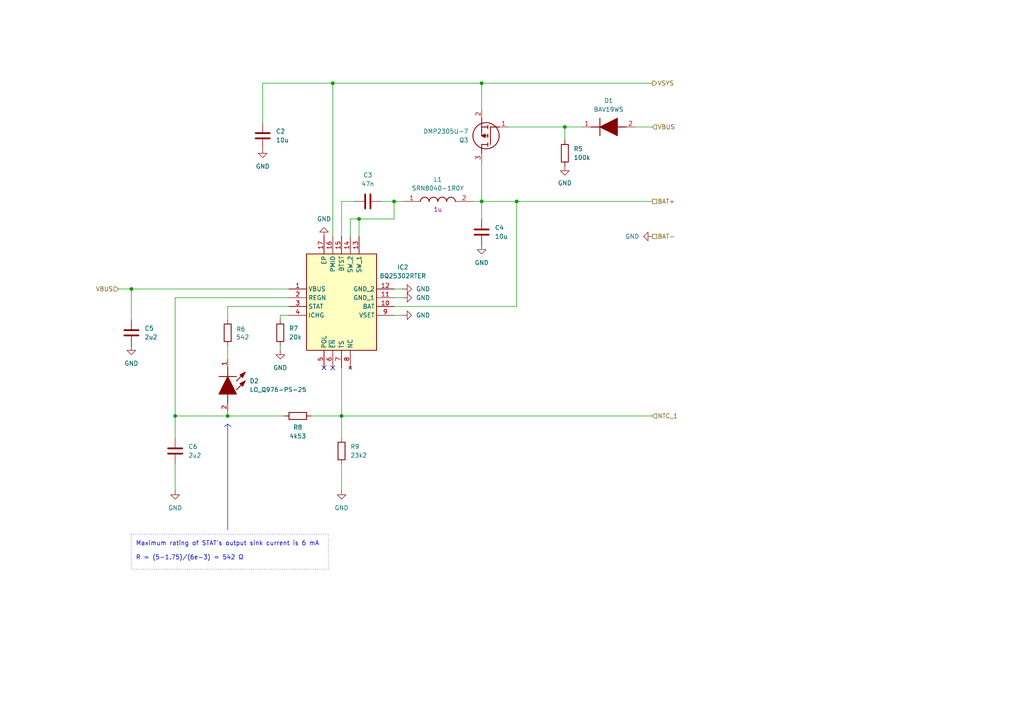
<source format=kicad_sch>
(kicad_sch
	(version 20231120)
	(generator "eeschema")
	(generator_version "8.0")
	(uuid "1875c04c-150c-4ae5-89ab-99a8c8391a2b")
	(paper "A4")
	(lib_symbols
		(symbol "Device:C"
			(pin_numbers hide)
			(pin_names
				(offset 0.254)
			)
			(exclude_from_sim no)
			(in_bom yes)
			(on_board yes)
			(property "Reference" "C"
				(at 0.635 2.54 0)
				(effects
					(font
						(size 1.27 1.27)
					)
					(justify left)
				)
			)
			(property "Value" "C"
				(at 0.635 -2.54 0)
				(effects
					(font
						(size 1.27 1.27)
					)
					(justify left)
				)
			)
			(property "Footprint" ""
				(at 0.9652 -3.81 0)
				(effects
					(font
						(size 1.27 1.27)
					)
					(hide yes)
				)
			)
			(property "Datasheet" "~"
				(at 0 0 0)
				(effects
					(font
						(size 1.27 1.27)
					)
					(hide yes)
				)
			)
			(property "Description" "Unpolarized capacitor"
				(at 0 0 0)
				(effects
					(font
						(size 1.27 1.27)
					)
					(hide yes)
				)
			)
			(property "ki_keywords" "cap capacitor"
				(at 0 0 0)
				(effects
					(font
						(size 1.27 1.27)
					)
					(hide yes)
				)
			)
			(property "ki_fp_filters" "C_*"
				(at 0 0 0)
				(effects
					(font
						(size 1.27 1.27)
					)
					(hide yes)
				)
			)
			(symbol "C_0_1"
				(polyline
					(pts
						(xy -2.032 -0.762) (xy 2.032 -0.762)
					)
					(stroke
						(width 0.508)
						(type default)
					)
					(fill
						(type none)
					)
				)
				(polyline
					(pts
						(xy -2.032 0.762) (xy 2.032 0.762)
					)
					(stroke
						(width 0.508)
						(type default)
					)
					(fill
						(type none)
					)
				)
			)
			(symbol "C_1_1"
				(pin passive line
					(at 0 3.81 270)
					(length 2.794)
					(name "~"
						(effects
							(font
								(size 1.27 1.27)
							)
						)
					)
					(number "1"
						(effects
							(font
								(size 1.27 1.27)
							)
						)
					)
				)
				(pin passive line
					(at 0 -3.81 90)
					(length 2.794)
					(name "~"
						(effects
							(font
								(size 1.27 1.27)
							)
						)
					)
					(number "2"
						(effects
							(font
								(size 1.27 1.27)
							)
						)
					)
				)
			)
		)
		(symbol "Device:R"
			(pin_numbers hide)
			(pin_names
				(offset 0)
			)
			(exclude_from_sim no)
			(in_bom yes)
			(on_board yes)
			(property "Reference" "R"
				(at 2.032 0 90)
				(effects
					(font
						(size 1.27 1.27)
					)
				)
			)
			(property "Value" "R"
				(at 0 0 90)
				(effects
					(font
						(size 1.27 1.27)
					)
				)
			)
			(property "Footprint" ""
				(at -1.778 0 90)
				(effects
					(font
						(size 1.27 1.27)
					)
					(hide yes)
				)
			)
			(property "Datasheet" "~"
				(at 0 0 0)
				(effects
					(font
						(size 1.27 1.27)
					)
					(hide yes)
				)
			)
			(property "Description" "Resistor"
				(at 0 0 0)
				(effects
					(font
						(size 1.27 1.27)
					)
					(hide yes)
				)
			)
			(property "ki_keywords" "R res resistor"
				(at 0 0 0)
				(effects
					(font
						(size 1.27 1.27)
					)
					(hide yes)
				)
			)
			(property "ki_fp_filters" "R_*"
				(at 0 0 0)
				(effects
					(font
						(size 1.27 1.27)
					)
					(hide yes)
				)
			)
			(symbol "R_0_1"
				(rectangle
					(start -1.016 -2.54)
					(end 1.016 2.54)
					(stroke
						(width 0.254)
						(type default)
					)
					(fill
						(type none)
					)
				)
			)
			(symbol "R_1_1"
				(pin passive line
					(at 0 3.81 270)
					(length 1.27)
					(name "~"
						(effects
							(font
								(size 1.27 1.27)
							)
						)
					)
					(number "1"
						(effects
							(font
								(size 1.27 1.27)
							)
						)
					)
				)
				(pin passive line
					(at 0 -3.81 90)
					(length 1.27)
					(name "~"
						(effects
							(font
								(size 1.27 1.27)
							)
						)
					)
					(number "2"
						(effects
							(font
								(size 1.27 1.27)
							)
						)
					)
				)
			)
		)
		(symbol "SamacSys_Parts:BAV19WS"
			(pin_names hide)
			(exclude_from_sim no)
			(in_bom yes)
			(on_board yes)
			(property "Reference" "D"
				(at 11.43 5.08 0)
				(effects
					(font
						(size 1.27 1.27)
					)
					(justify left top)
				)
			)
			(property "Value" "BAV19WS"
				(at 11.43 2.54 0)
				(effects
					(font
						(size 1.27 1.27)
					)
					(justify left top)
				)
			)
			(property "Footprint" "SODFL2512X90N"
				(at 11.43 -97.46 0)
				(effects
					(font
						(size 1.27 1.27)
					)
					(justify left top)
					(hide yes)
				)
			)
			(property "Datasheet" "https://www.panjit.com.tw/en/Product/downloadPDF/BAV19WS"
				(at 11.43 -197.46 0)
				(effects
					(font
						(size 1.27 1.27)
					)
					(justify left top)
					(hide yes)
				)
			)
			(property "Description" "Small Signal Switching Diodes (VRRM=50-350V) - BAV19WS , 120V, 44, 200mW, SOD-323"
				(at 0 0 0)
				(effects
					(font
						(size 1.27 1.27)
					)
					(hide yes)
				)
			)
			(property "Height" "0.9"
				(at 11.43 -397.46 0)
				(effects
					(font
						(size 1.27 1.27)
					)
					(justify left top)
					(hide yes)
				)
			)
			(property "Manufacturer_Name" "PANJIT"
				(at 11.43 -497.46 0)
				(effects
					(font
						(size 1.27 1.27)
					)
					(justify left top)
					(hide yes)
				)
			)
			(property "Manufacturer_Part_Number" "BAV19WS"
				(at 11.43 -597.46 0)
				(effects
					(font
						(size 1.27 1.27)
					)
					(justify left top)
					(hide yes)
				)
			)
			(property "Mouser Part Number" ""
				(at 11.43 -697.46 0)
				(effects
					(font
						(size 1.27 1.27)
					)
					(justify left top)
					(hide yes)
				)
			)
			(property "Mouser Price/Stock" ""
				(at 11.43 -797.46 0)
				(effects
					(font
						(size 1.27 1.27)
					)
					(justify left top)
					(hide yes)
				)
			)
			(property "Arrow Part Number" ""
				(at 11.43 -897.46 0)
				(effects
					(font
						(size 1.27 1.27)
					)
					(justify left top)
					(hide yes)
				)
			)
			(property "Arrow Price/Stock" ""
				(at 11.43 -997.46 0)
				(effects
					(font
						(size 1.27 1.27)
					)
					(justify left top)
					(hide yes)
				)
			)
			(symbol "BAV19WS_1_1"
				(polyline
					(pts
						(xy 2.54 0) (xy 5.08 0)
					)
					(stroke
						(width 0.254)
						(type default)
					)
					(fill
						(type none)
					)
				)
				(polyline
					(pts
						(xy 5.08 2.54) (xy 5.08 -2.54)
					)
					(stroke
						(width 0.254)
						(type default)
					)
					(fill
						(type none)
					)
				)
				(polyline
					(pts
						(xy 10.16 0) (xy 12.7 0)
					)
					(stroke
						(width 0.254)
						(type default)
					)
					(fill
						(type none)
					)
				)
				(polyline
					(pts
						(xy 5.08 0) (xy 10.16 2.54) (xy 10.16 -2.54) (xy 5.08 0)
					)
					(stroke
						(width 0.254)
						(type default)
					)
					(fill
						(type outline)
					)
				)
				(pin passive line
					(at 0 0 0)
					(length 2.54)
					(name "K"
						(effects
							(font
								(size 1.27 1.27)
							)
						)
					)
					(number "1"
						(effects
							(font
								(size 1.27 1.27)
							)
						)
					)
				)
				(pin passive line
					(at 15.24 0 180)
					(length 2.54)
					(name "A"
						(effects
							(font
								(size 1.27 1.27)
							)
						)
					)
					(number "2"
						(effects
							(font
								(size 1.27 1.27)
							)
						)
					)
				)
			)
		)
		(symbol "SamacSys_Parts:BQ25302RTER"
			(exclude_from_sim no)
			(in_bom yes)
			(on_board yes)
			(property "Reference" "IC"
				(at 26.67 15.24 0)
				(effects
					(font
						(size 1.27 1.27)
					)
					(justify left top)
				)
			)
			(property "Value" "BQ25302RTER"
				(at 26.67 12.7 0)
				(effects
					(font
						(size 1.27 1.27)
					)
					(justify left top)
				)
			)
			(property "Footprint" "QFN50P300X300X80-17N-D"
				(at 26.67 -87.3 0)
				(effects
					(font
						(size 1.27 1.27)
					)
					(justify left top)
					(hide yes)
				)
			)
			(property "Datasheet" "https://www.ti.com/lit/gpn/bq25302?HQS=ti-null-null-sf-df-pf-sep-wwe&DCM=yes"
				(at 26.67 -187.3 0)
				(effects
					(font
						(size 1.27 1.27)
					)
					(justify left top)
					(hide yes)
				)
			)
			(property "Description" "Battery Management Standalone single cell 2.0-A buck battery charger 16-WQFN -40 to 85"
				(at 0 0 0)
				(effects
					(font
						(size 1.27 1.27)
					)
					(hide yes)
				)
			)
			(property "Height" "0.8"
				(at 26.67 -387.3 0)
				(effects
					(font
						(size 1.27 1.27)
					)
					(justify left top)
					(hide yes)
				)
			)
			(property "Manufacturer_Name" "Texas Instruments"
				(at 26.67 -487.3 0)
				(effects
					(font
						(size 1.27 1.27)
					)
					(justify left top)
					(hide yes)
				)
			)
			(property "Manufacturer_Part_Number" "BQ25302RTER"
				(at 26.67 -587.3 0)
				(effects
					(font
						(size 1.27 1.27)
					)
					(justify left top)
					(hide yes)
				)
			)
			(property "Mouser Part Number" "595-BQ25302RTER"
				(at 26.67 -687.3 0)
				(effects
					(font
						(size 1.27 1.27)
					)
					(justify left top)
					(hide yes)
				)
			)
			(property "Mouser Price/Stock" "https://www.mouser.co.uk/ProductDetail/Texas-Instruments/BQ25302RTER?qs=T94vaHKWudT5T0v43I60Mg%3D%3D"
				(at 26.67 -787.3 0)
				(effects
					(font
						(size 1.27 1.27)
					)
					(justify left top)
					(hide yes)
				)
			)
			(property "Arrow Part Number" "BQ25302RTER"
				(at 26.67 -887.3 0)
				(effects
					(font
						(size 1.27 1.27)
					)
					(justify left top)
					(hide yes)
				)
			)
			(property "Arrow Price/Stock" "null?region=nac"
				(at 26.67 -987.3 0)
				(effects
					(font
						(size 1.27 1.27)
					)
					(justify left top)
					(hide yes)
				)
			)
			(symbol "BQ25302RTER_1_1"
				(rectangle
					(start 5.08 10.16)
					(end 25.4 -17.78)
					(stroke
						(width 0.254)
						(type default)
					)
					(fill
						(type background)
					)
				)
				(pin passive line
					(at 0 0 0)
					(length 5.08)
					(name "VBUS"
						(effects
							(font
								(size 1.27 1.27)
							)
						)
					)
					(number "1"
						(effects
							(font
								(size 1.27 1.27)
							)
						)
					)
				)
				(pin passive line
					(at 30.48 -5.08 180)
					(length 5.08)
					(name "BAT"
						(effects
							(font
								(size 1.27 1.27)
							)
						)
					)
					(number "10"
						(effects
							(font
								(size 1.27 1.27)
							)
						)
					)
				)
				(pin passive line
					(at 30.48 -2.54 180)
					(length 5.08)
					(name "GND_1"
						(effects
							(font
								(size 1.27 1.27)
							)
						)
					)
					(number "11"
						(effects
							(font
								(size 1.27 1.27)
							)
						)
					)
				)
				(pin passive line
					(at 30.48 0 180)
					(length 5.08)
					(name "GND_2"
						(effects
							(font
								(size 1.27 1.27)
							)
						)
					)
					(number "12"
						(effects
							(font
								(size 1.27 1.27)
							)
						)
					)
				)
				(pin passive line
					(at 20.32 15.24 270)
					(length 5.08)
					(name "SW_1"
						(effects
							(font
								(size 1.27 1.27)
							)
						)
					)
					(number "13"
						(effects
							(font
								(size 1.27 1.27)
							)
						)
					)
				)
				(pin passive line
					(at 17.78 15.24 270)
					(length 5.08)
					(name "SW_2"
						(effects
							(font
								(size 1.27 1.27)
							)
						)
					)
					(number "14"
						(effects
							(font
								(size 1.27 1.27)
							)
						)
					)
				)
				(pin passive line
					(at 15.24 15.24 270)
					(length 5.08)
					(name "BTST"
						(effects
							(font
								(size 1.27 1.27)
							)
						)
					)
					(number "15"
						(effects
							(font
								(size 1.27 1.27)
							)
						)
					)
				)
				(pin passive line
					(at 12.7 15.24 270)
					(length 5.08)
					(name "PMID"
						(effects
							(font
								(size 1.27 1.27)
							)
						)
					)
					(number "16"
						(effects
							(font
								(size 1.27 1.27)
							)
						)
					)
				)
				(pin passive line
					(at 10.16 15.24 270)
					(length 5.08)
					(name "EP"
						(effects
							(font
								(size 1.27 1.27)
							)
						)
					)
					(number "17"
						(effects
							(font
								(size 1.27 1.27)
							)
						)
					)
				)
				(pin passive line
					(at 0 -2.54 0)
					(length 5.08)
					(name "REGN"
						(effects
							(font
								(size 1.27 1.27)
							)
						)
					)
					(number "2"
						(effects
							(font
								(size 1.27 1.27)
							)
						)
					)
				)
				(pin passive line
					(at 0 -5.08 0)
					(length 5.08)
					(name "STAT"
						(effects
							(font
								(size 1.27 1.27)
							)
						)
					)
					(number "3"
						(effects
							(font
								(size 1.27 1.27)
							)
						)
					)
				)
				(pin passive line
					(at 0 -7.62 0)
					(length 5.08)
					(name "ICHG"
						(effects
							(font
								(size 1.27 1.27)
							)
						)
					)
					(number "4"
						(effects
							(font
								(size 1.27 1.27)
							)
						)
					)
				)
				(pin passive line
					(at 10.16 -22.86 90)
					(length 5.08)
					(name "POL"
						(effects
							(font
								(size 1.27 1.27)
							)
						)
					)
					(number "5"
						(effects
							(font
								(size 1.27 1.27)
							)
						)
					)
				)
				(pin passive line
					(at 12.7 -22.86 90)
					(length 5.08)
					(name "~{EN}"
						(effects
							(font
								(size 1.27 1.27)
							)
						)
					)
					(number "6"
						(effects
							(font
								(size 1.27 1.27)
							)
						)
					)
				)
				(pin passive line
					(at 15.24 -22.86 90)
					(length 5.08)
					(name "TS"
						(effects
							(font
								(size 1.27 1.27)
							)
						)
					)
					(number "7"
						(effects
							(font
								(size 1.27 1.27)
							)
						)
					)
				)
				(pin no_connect line
					(at 17.78 -22.86 90)
					(length 5.08)
					(name "NC"
						(effects
							(font
								(size 1.27 1.27)
							)
						)
					)
					(number "8"
						(effects
							(font
								(size 1.27 1.27)
							)
						)
					)
				)
				(pin passive line
					(at 30.48 -7.62 180)
					(length 5.08)
					(name "VSET"
						(effects
							(font
								(size 1.27 1.27)
							)
						)
					)
					(number "9"
						(effects
							(font
								(size 1.27 1.27)
							)
						)
					)
				)
			)
		)
		(symbol "SamacSys_Parts:DMP2305U-7"
			(pin_names hide)
			(exclude_from_sim no)
			(in_bom yes)
			(on_board yes)
			(property "Reference" "Q"
				(at 11.43 3.81 0)
				(effects
					(font
						(size 1.27 1.27)
					)
					(justify left top)
				)
			)
			(property "Value" "DMP2305U-7"
				(at 11.43 1.27 0)
				(effects
					(font
						(size 1.27 1.27)
					)
					(justify left top)
				)
			)
			(property "Footprint" "SOT96P240X115-3N"
				(at 11.43 -98.73 0)
				(effects
					(font
						(size 1.27 1.27)
					)
					(justify left top)
					(hide yes)
				)
			)
			(property "Datasheet" "https://www.diodes.com//assets/Datasheets/DMP2305U.pdf"
				(at 11.43 -198.73 0)
				(effects
					(font
						(size 1.27 1.27)
					)
					(justify left top)
					(hide yes)
				)
			)
			(property "Description" "MOSFET P-Channel 20V 4.2A SOT23 Diodes Inc DMP2305U-7 P-channel MOSFET Transistor, 4.2 A, -20 V, 3-Pin SOT-23"
				(at 0 0 0)
				(effects
					(font
						(size 1.27 1.27)
					)
					(hide yes)
				)
			)
			(property "Height" "1.15"
				(at 11.43 -398.73 0)
				(effects
					(font
						(size 1.27 1.27)
					)
					(justify left top)
					(hide yes)
				)
			)
			(property "Manufacturer_Name" "Diodes Incorporated"
				(at 11.43 -498.73 0)
				(effects
					(font
						(size 1.27 1.27)
					)
					(justify left top)
					(hide yes)
				)
			)
			(property "Manufacturer_Part_Number" "DMP2305U-7"
				(at 11.43 -598.73 0)
				(effects
					(font
						(size 1.27 1.27)
					)
					(justify left top)
					(hide yes)
				)
			)
			(property "Mouser Part Number" "621-DMP2305U-7"
				(at 11.43 -698.73 0)
				(effects
					(font
						(size 1.27 1.27)
					)
					(justify left top)
					(hide yes)
				)
			)
			(property "Mouser Price/Stock" "https://www.mouser.co.uk/ProductDetail/Diodes-Incorporated/DMP2305U-7?qs=oUsD4qhOtFyFQmlG8wLVjw%3D%3D"
				(at 11.43 -798.73 0)
				(effects
					(font
						(size 1.27 1.27)
					)
					(justify left top)
					(hide yes)
				)
			)
			(property "Arrow Part Number" "DMP2305U-7"
				(at 11.43 -898.73 0)
				(effects
					(font
						(size 1.27 1.27)
					)
					(justify left top)
					(hide yes)
				)
			)
			(property "Arrow Price/Stock" "https://www.arrow.com/en/products/dmp2305u-7/diodes-incorporated?region=nac"
				(at 11.43 -998.73 0)
				(effects
					(font
						(size 1.27 1.27)
					)
					(justify left top)
					(hide yes)
				)
			)
			(symbol "DMP2305U-7_1_1"
				(polyline
					(pts
						(xy 2.54 0) (xy 5.08 0)
					)
					(stroke
						(width 0.254)
						(type default)
					)
					(fill
						(type none)
					)
				)
				(polyline
					(pts
						(xy 5.08 5.08) (xy 5.08 0)
					)
					(stroke
						(width 0.254)
						(type default)
					)
					(fill
						(type none)
					)
				)
				(polyline
					(pts
						(xy 5.842 -0.508) (xy 5.842 0.508)
					)
					(stroke
						(width 0.254)
						(type default)
					)
					(fill
						(type none)
					)
				)
				(polyline
					(pts
						(xy 5.842 0) (xy 7.62 0)
					)
					(stroke
						(width 0.254)
						(type default)
					)
					(fill
						(type none)
					)
				)
				(polyline
					(pts
						(xy 5.842 2.032) (xy 5.842 3.048)
					)
					(stroke
						(width 0.254)
						(type default)
					)
					(fill
						(type none)
					)
				)
				(polyline
					(pts
						(xy 5.842 5.588) (xy 5.842 4.572)
					)
					(stroke
						(width 0.254)
						(type default)
					)
					(fill
						(type none)
					)
				)
				(polyline
					(pts
						(xy 7.62 2.54) (xy 5.842 2.54)
					)
					(stroke
						(width 0.254)
						(type default)
					)
					(fill
						(type none)
					)
				)
				(polyline
					(pts
						(xy 7.62 2.54) (xy 7.62 -2.54)
					)
					(stroke
						(width 0.254)
						(type default)
					)
					(fill
						(type none)
					)
				)
				(polyline
					(pts
						(xy 7.62 5.08) (xy 5.842 5.08)
					)
					(stroke
						(width 0.254)
						(type default)
					)
					(fill
						(type none)
					)
				)
				(polyline
					(pts
						(xy 7.62 5.08) (xy 7.62 7.62)
					)
					(stroke
						(width 0.254)
						(type default)
					)
					(fill
						(type none)
					)
				)
				(polyline
					(pts
						(xy 7.62 2.54) (xy 6.604 3.048) (xy 6.604 2.032) (xy 7.62 2.54)
					)
					(stroke
						(width 0.254)
						(type default)
					)
					(fill
						(type outline)
					)
				)
				(circle
					(center 6.35 2.54)
					(radius 3.81)
					(stroke
						(width 0.254)
						(type default)
					)
					(fill
						(type none)
					)
				)
				(pin passive line
					(at 0 0 0)
					(length 2.54)
					(name "G"
						(effects
							(font
								(size 1.27 1.27)
							)
						)
					)
					(number "1"
						(effects
							(font
								(size 1.27 1.27)
							)
						)
					)
				)
				(pin passive line
					(at 7.62 -5.08 90)
					(length 2.54)
					(name "S"
						(effects
							(font
								(size 1.27 1.27)
							)
						)
					)
					(number "2"
						(effects
							(font
								(size 1.27 1.27)
							)
						)
					)
				)
				(pin passive line
					(at 7.62 10.16 270)
					(length 2.54)
					(name "D"
						(effects
							(font
								(size 1.27 1.27)
							)
						)
					)
					(number "3"
						(effects
							(font
								(size 1.27 1.27)
							)
						)
					)
				)
			)
		)
		(symbol "SamacSys_Parts:LO_Q976-PS-25"
			(pin_names hide)
			(exclude_from_sim no)
			(in_bom yes)
			(on_board yes)
			(property "Reference" "LED"
				(at 12.7 8.89 0)
				(effects
					(font
						(size 1.27 1.27)
					)
					(justify left bottom)
				)
			)
			(property "Value" "LO_Q976-PS-25"
				(at 12.7 6.35 0)
				(effects
					(font
						(size 1.27 1.27)
					)
					(justify left bottom)
				)
			)
			(property "Footprint" "LEDC1608X80N"
				(at 12.7 -93.65 0)
				(effects
					(font
						(size 1.27 1.27)
					)
					(justify left bottom)
					(hide yes)
				)
			)
			(property "Datasheet" "http://www.osram-os.com/Graphics/XPic6/00128771_0.pdf"
				(at 12.7 -193.65 0)
				(effects
					(font
						(size 1.27 1.27)
					)
					(justify left bottom)
					(hide yes)
				)
			)
			(property "Description" "Standard LEDs - SMD Orange, 605nm 280mcd, 20mA"
				(at 0 0 0)
				(effects
					(font
						(size 1.27 1.27)
					)
					(hide yes)
				)
			)
			(property "Height" "0.8"
				(at 12.7 -393.65 0)
				(effects
					(font
						(size 1.27 1.27)
					)
					(justify left bottom)
					(hide yes)
				)
			)
			(property "Manufacturer_Name" "ams OSRAM"
				(at 12.7 -493.65 0)
				(effects
					(font
						(size 1.27 1.27)
					)
					(justify left bottom)
					(hide yes)
				)
			)
			(property "Manufacturer_Part_Number" "LO Q976-PS-25"
				(at 12.7 -593.65 0)
				(effects
					(font
						(size 1.27 1.27)
					)
					(justify left bottom)
					(hide yes)
				)
			)
			(property "Mouser Part Number" "720-LOQ976-PS-25"
				(at 12.7 -693.65 0)
				(effects
					(font
						(size 1.27 1.27)
					)
					(justify left bottom)
					(hide yes)
				)
			)
			(property "Mouser Price/Stock" "https://www.mouser.co.uk/ProductDetail/ams-OSRAM/LO-Q976-PS-25?qs=K5ta8V%252BWhtZ%2Fw4JJd%2F1Gew%3D%3D"
				(at 12.7 -793.65 0)
				(effects
					(font
						(size 1.27 1.27)
					)
					(justify left bottom)
					(hide yes)
				)
			)
			(property "Arrow Part Number" "LO Q976-PS-25"
				(at 12.7 -893.65 0)
				(effects
					(font
						(size 1.27 1.27)
					)
					(justify left bottom)
					(hide yes)
				)
			)
			(property "Arrow Price/Stock" "https://www.arrow.com/en/products/loq976-ps-25/osram-opto-semiconductors?region=nac"
				(at 12.7 -993.65 0)
				(effects
					(font
						(size 1.27 1.27)
					)
					(justify left bottom)
					(hide yes)
				)
			)
			(symbol "LO_Q976-PS-25_1_1"
				(polyline
					(pts
						(xy 2.54 0) (xy 5.08 0)
					)
					(stroke
						(width 0.254)
						(type default)
					)
					(fill
						(type none)
					)
				)
				(polyline
					(pts
						(xy 5.08 2.54) (xy 5.08 -2.54)
					)
					(stroke
						(width 0.254)
						(type default)
					)
					(fill
						(type none)
					)
				)
				(polyline
					(pts
						(xy 6.35 2.54) (xy 3.81 5.08)
					)
					(stroke
						(width 0.254)
						(type default)
					)
					(fill
						(type none)
					)
				)
				(polyline
					(pts
						(xy 8.89 2.54) (xy 6.35 5.08)
					)
					(stroke
						(width 0.254)
						(type default)
					)
					(fill
						(type none)
					)
				)
				(polyline
					(pts
						(xy 10.16 0) (xy 12.7 0)
					)
					(stroke
						(width 0.254)
						(type default)
					)
					(fill
						(type none)
					)
				)
				(polyline
					(pts
						(xy 5.08 0) (xy 10.16 2.54) (xy 10.16 -2.54) (xy 5.08 0)
					)
					(stroke
						(width 0.254)
						(type default)
					)
					(fill
						(type outline)
					)
				)
				(polyline
					(pts
						(xy 5.334 4.318) (xy 4.572 3.556) (xy 3.81 5.08) (xy 5.334 4.318)
					)
					(stroke
						(width 0.254)
						(type default)
					)
					(fill
						(type outline)
					)
				)
				(polyline
					(pts
						(xy 7.874 4.318) (xy 7.112 3.556) (xy 6.35 5.08) (xy 7.874 4.318)
					)
					(stroke
						(width 0.254)
						(type default)
					)
					(fill
						(type outline)
					)
				)
				(pin passive line
					(at 0 0 0)
					(length 2.54)
					(name "K"
						(effects
							(font
								(size 1.27 1.27)
							)
						)
					)
					(number "1"
						(effects
							(font
								(size 1.27 1.27)
							)
						)
					)
				)
				(pin passive line
					(at 15.24 0 180)
					(length 2.54)
					(name "A"
						(effects
							(font
								(size 1.27 1.27)
							)
						)
					)
					(number "2"
						(effects
							(font
								(size 1.27 1.27)
							)
						)
					)
				)
			)
		)
		(symbol "SamacSys_Parts:SRN8040-1R0Y"
			(pin_names hide)
			(exclude_from_sim no)
			(in_bom yes)
			(on_board yes)
			(property "Reference" "L"
				(at 16.51 6.35 0)
				(effects
					(font
						(size 1.27 1.27)
					)
					(justify left top)
				)
			)
			(property "Value" "SRN8040-1R0Y"
				(at 16.51 3.81 0)
				(effects
					(font
						(size 1.27 1.27)
					)
					(justify left top)
				)
			)
			(property "Footprint" "SRN80408R2Y"
				(at 16.51 -96.19 0)
				(effects
					(font
						(size 1.27 1.27)
					)
					(justify left top)
					(hide yes)
				)
			)
			(property "Datasheet" "https://www.bourns.com/pdfs/SRN8040.pdf"
				(at 16.51 -196.19 0)
				(effects
					(font
						(size 1.27 1.27)
					)
					(justify left top)
					(hide yes)
				)
			)
			(property "Description" "Bourns SRN8040 Series Type 8040 Shielded Wire-wound SMD Inductor with a Ferrite Core, 1 uH +/-30% Wire-Wound 7.8A Idc"
				(at 0 0 0)
				(effects
					(font
						(size 1.27 1.27)
					)
					(hide yes)
				)
			)
			(property "Height" "4"
				(at 16.51 -396.19 0)
				(effects
					(font
						(size 1.27 1.27)
					)
					(justify left top)
					(hide yes)
				)
			)
			(property "Manufacturer_Name" "Bourns"
				(at 16.51 -496.19 0)
				(effects
					(font
						(size 1.27 1.27)
					)
					(justify left top)
					(hide yes)
				)
			)
			(property "Manufacturer_Part_Number" "SRN8040-1R0Y"
				(at 16.51 -596.19 0)
				(effects
					(font
						(size 1.27 1.27)
					)
					(justify left top)
					(hide yes)
				)
			)
			(property "Mouser Part Number" "652-SRN8040-1R0Y"
				(at 16.51 -696.19 0)
				(effects
					(font
						(size 1.27 1.27)
					)
					(justify left top)
					(hide yes)
				)
			)
			(property "Mouser Price/Stock" "https://www.mouser.co.uk/ProductDetail/Bourns/SRN8040-1R0Y?qs=opBjA1TV900NDoqiSUhCuw%3D%3D"
				(at 16.51 -796.19 0)
				(effects
					(font
						(size 1.27 1.27)
					)
					(justify left top)
					(hide yes)
				)
			)
			(property "Arrow Part Number" "SRN8040-1R0Y"
				(at 16.51 -896.19 0)
				(effects
					(font
						(size 1.27 1.27)
					)
					(justify left top)
					(hide yes)
				)
			)
			(property "Arrow Price/Stock" "https://www.arrow.com/en/products/srn8040-1r0y/bourns?region=nac"
				(at 16.51 -996.19 0)
				(effects
					(font
						(size 1.27 1.27)
					)
					(justify left top)
					(hide yes)
				)
			)
			(symbol "SRN8040-1R0Y_1_1"
				(arc
					(start 7.62 0)
					(mid 6.35 1.219)
					(end 5.08 0)
					(stroke
						(width 0.254)
						(type default)
					)
					(fill
						(type none)
					)
				)
				(arc
					(start 10.16 0)
					(mid 8.89 1.219)
					(end 7.62 0)
					(stroke
						(width 0.254)
						(type default)
					)
					(fill
						(type none)
					)
				)
				(arc
					(start 12.7 0)
					(mid 11.43 1.219)
					(end 10.16 0)
					(stroke
						(width 0.254)
						(type default)
					)
					(fill
						(type none)
					)
				)
				(arc
					(start 15.24 0)
					(mid 13.97 1.219)
					(end 12.7 0)
					(stroke
						(width 0.254)
						(type default)
					)
					(fill
						(type none)
					)
				)
				(pin passive line
					(at 0 0 0)
					(length 5.08)
					(name "1"
						(effects
							(font
								(size 1.27 1.27)
							)
						)
					)
					(number "1"
						(effects
							(font
								(size 1.27 1.27)
							)
						)
					)
				)
				(pin passive line
					(at 20.32 0 180)
					(length 5.08)
					(name "2"
						(effects
							(font
								(size 1.27 1.27)
							)
						)
					)
					(number "2"
						(effects
							(font
								(size 1.27 1.27)
							)
						)
					)
				)
			)
		)
		(symbol "power:GND"
			(power)
			(pin_numbers hide)
			(pin_names
				(offset 0) hide)
			(exclude_from_sim no)
			(in_bom yes)
			(on_board yes)
			(property "Reference" "#PWR"
				(at 0 -6.35 0)
				(effects
					(font
						(size 1.27 1.27)
					)
					(hide yes)
				)
			)
			(property "Value" "GND"
				(at 0 -3.81 0)
				(effects
					(font
						(size 1.27 1.27)
					)
				)
			)
			(property "Footprint" ""
				(at 0 0 0)
				(effects
					(font
						(size 1.27 1.27)
					)
					(hide yes)
				)
			)
			(property "Datasheet" ""
				(at 0 0 0)
				(effects
					(font
						(size 1.27 1.27)
					)
					(hide yes)
				)
			)
			(property "Description" "Power symbol creates a global label with name \"GND\" , ground"
				(at 0 0 0)
				(effects
					(font
						(size 1.27 1.27)
					)
					(hide yes)
				)
			)
			(property "ki_keywords" "global power"
				(at 0 0 0)
				(effects
					(font
						(size 1.27 1.27)
					)
					(hide yes)
				)
			)
			(symbol "GND_0_1"
				(polyline
					(pts
						(xy 0 0) (xy 0 -1.27) (xy 1.27 -1.27) (xy 0 -2.54) (xy -1.27 -1.27) (xy 0 -1.27)
					)
					(stroke
						(width 0)
						(type default)
					)
					(fill
						(type none)
					)
				)
			)
			(symbol "GND_1_1"
				(pin power_in line
					(at 0 0 270)
					(length 0)
					(name "~"
						(effects
							(font
								(size 1.27 1.27)
							)
						)
					)
					(number "1"
						(effects
							(font
								(size 1.27 1.27)
							)
						)
					)
				)
			)
		)
	)
	(junction
		(at 50.8 120.65)
		(diameter 0)
		(color 0 0 0 0)
		(uuid "0fc83afb-e821-4caf-b98f-8dec8ca9d3da")
	)
	(junction
		(at 139.7 24.13)
		(diameter 0)
		(color 0 0 0 0)
		(uuid "2935dd69-a40d-41f7-b6cd-052c75bac48c")
	)
	(junction
		(at 96.52 24.13)
		(diameter 0)
		(color 0 0 0 0)
		(uuid "2d7163b9-419e-4061-bbb2-a75544317bf4")
	)
	(junction
		(at 163.83 36.83)
		(diameter 0)
		(color 0 0 0 0)
		(uuid "64abf8fb-bf02-4ff2-a7d9-74f303a661f1")
	)
	(junction
		(at 66.04 120.65)
		(diameter 0)
		(color 0 0 0 0)
		(uuid "6847a939-34a3-4418-885b-c49e4a2ce0a1")
	)
	(junction
		(at 38.1 83.82)
		(diameter 0)
		(color 0 0 0 0)
		(uuid "6968868f-d2e6-4b91-9150-e3dd4a095914")
	)
	(junction
		(at 149.86 58.42)
		(diameter 0)
		(color 0 0 0 0)
		(uuid "8f019277-c533-4a50-9a3d-1a0ef0f77c1c")
	)
	(junction
		(at 99.06 120.65)
		(diameter 0)
		(color 0 0 0 0)
		(uuid "b3895a42-b37d-4b09-944a-e5f6caa7f470")
	)
	(junction
		(at 139.7 58.42)
		(diameter 0)
		(color 0 0 0 0)
		(uuid "c852c3e1-0526-43fa-92ee-bfee7096bcbd")
	)
	(junction
		(at 114.3 58.42)
		(diameter 0)
		(color 0 0 0 0)
		(uuid "e2d5de48-306d-4c97-88b1-84b9b4b2321b")
	)
	(junction
		(at 104.14 63.5)
		(diameter 0)
		(color 0 0 0 0)
		(uuid "f1f241fe-51fc-4778-9bc3-c7dec7c184d9")
	)
	(no_connect
		(at 96.52 106.68)
		(uuid "1e10695a-5b95-4034-8a85-028b817d4e49")
	)
	(no_connect
		(at 93.98 106.68)
		(uuid "2f60c2ad-aa3a-46f6-8230-02e392a3da24")
	)
	(wire
		(pts
			(xy 114.3 83.82) (xy 116.84 83.82)
		)
		(stroke
			(width 0)
			(type default)
		)
		(uuid "023ee19c-5e41-41ee-92a9-063e2d49bc4c")
	)
	(wire
		(pts
			(xy 99.06 106.68) (xy 99.06 120.65)
		)
		(stroke
			(width 0)
			(type default)
		)
		(uuid "0a52e6bc-5d13-4d88-9575-375501cca4b9")
	)
	(wire
		(pts
			(xy 38.1 83.82) (xy 38.1 92.71)
		)
		(stroke
			(width 0)
			(type default)
		)
		(uuid "0f78e892-ba12-4c30-8c90-f6ef7d937334")
	)
	(wire
		(pts
			(xy 116.84 86.36) (xy 114.3 86.36)
		)
		(stroke
			(width 0)
			(type default)
		)
		(uuid "11bf946a-b744-4d5b-ae7e-b60a1a5d9c1d")
	)
	(wire
		(pts
			(xy 50.8 86.36) (xy 50.8 120.65)
		)
		(stroke
			(width 0)
			(type default)
		)
		(uuid "18fdbe9d-bd5c-4a1e-9258-0239d0b16885")
	)
	(wire
		(pts
			(xy 139.7 58.42) (xy 139.7 63.5)
		)
		(stroke
			(width 0)
			(type default)
		)
		(uuid "1e73c4c7-c958-43d5-a7cf-068bd8c71484")
	)
	(wire
		(pts
			(xy 110.49 58.42) (xy 114.3 58.42)
		)
		(stroke
			(width 0)
			(type default)
		)
		(uuid "2169c053-869c-4532-bbde-829177e1c348")
	)
	(wire
		(pts
			(xy 163.83 36.83) (xy 168.91 36.83)
		)
		(stroke
			(width 0)
			(type default)
		)
		(uuid "31e43eff-ab3c-427c-9e11-349680f2bb86")
	)
	(wire
		(pts
			(xy 99.06 58.42) (xy 102.87 58.42)
		)
		(stroke
			(width 0)
			(type default)
		)
		(uuid "31ff5e39-a41a-4959-840f-c806f12eedde")
	)
	(wire
		(pts
			(xy 163.83 40.64) (xy 163.83 36.83)
		)
		(stroke
			(width 0)
			(type default)
		)
		(uuid "3b2a4c97-1245-44f4-bea9-e473730678d3")
	)
	(wire
		(pts
			(xy 116.84 58.42) (xy 114.3 58.42)
		)
		(stroke
			(width 0)
			(type default)
		)
		(uuid "3e53323f-ac5c-4947-b94d-c6d77b7e11eb")
	)
	(wire
		(pts
			(xy 81.28 100.33) (xy 81.28 101.6)
		)
		(stroke
			(width 0)
			(type default)
		)
		(uuid "3e82be3e-48e4-4b54-90ca-bda9d197d095")
	)
	(wire
		(pts
			(xy 66.04 120.65) (xy 82.55 120.65)
		)
		(stroke
			(width 0)
			(type default)
		)
		(uuid "3eb924ed-b645-4ebf-a61d-a2514a197476")
	)
	(polyline
		(pts
			(xy 66.04 123.19) (xy 66.04 153.67)
		)
		(stroke
			(width 0)
			(type default)
		)
		(uuid "3fac186b-a647-4ae9-9baa-739a5ff2123a")
	)
	(wire
		(pts
			(xy 96.52 24.13) (xy 96.52 68.58)
		)
		(stroke
			(width 0)
			(type default)
		)
		(uuid "41ab06a3-76f9-43c4-bf71-17202128dc7e")
	)
	(wire
		(pts
			(xy 189.23 36.83) (xy 184.15 36.83)
		)
		(stroke
			(width 0)
			(type default)
		)
		(uuid "53321977-2db0-41e9-8772-48c38f9f0147")
	)
	(wire
		(pts
			(xy 139.7 58.42) (xy 149.86 58.42)
		)
		(stroke
			(width 0)
			(type default)
		)
		(uuid "6349be2a-f86e-4236-a98b-604686e42d7f")
	)
	(wire
		(pts
			(xy 66.04 100.33) (xy 66.04 104.14)
		)
		(stroke
			(width 0)
			(type default)
		)
		(uuid "653b6859-b0d9-4273-8cdc-3f187b125974")
	)
	(wire
		(pts
			(xy 66.04 88.9) (xy 83.82 88.9)
		)
		(stroke
			(width 0)
			(type default)
		)
		(uuid "687f7e35-6978-43bd-9617-da854eee185f")
	)
	(wire
		(pts
			(xy 139.7 24.13) (xy 139.7 31.75)
		)
		(stroke
			(width 0)
			(type default)
		)
		(uuid "6bbf2aa9-80b9-4834-80a6-8eda8c59239e")
	)
	(wire
		(pts
			(xy 76.2 35.56) (xy 76.2 24.13)
		)
		(stroke
			(width 0)
			(type default)
		)
		(uuid "6cbaa810-b953-4cd3-a1e7-cf4d2f64dede")
	)
	(wire
		(pts
			(xy 101.6 68.58) (xy 101.6 63.5)
		)
		(stroke
			(width 0)
			(type default)
		)
		(uuid "717e7df1-300c-4681-a51e-f8a3bb1c15ec")
	)
	(wire
		(pts
			(xy 114.3 58.42) (xy 114.3 63.5)
		)
		(stroke
			(width 0)
			(type default)
		)
		(uuid "75574c3c-0df8-48e7-b892-2b985c766214")
	)
	(wire
		(pts
			(xy 101.6 63.5) (xy 104.14 63.5)
		)
		(stroke
			(width 0)
			(type default)
		)
		(uuid "7adecb75-094a-42a4-a810-fd167c5a20d6")
	)
	(wire
		(pts
			(xy 147.32 36.83) (xy 163.83 36.83)
		)
		(stroke
			(width 0)
			(type default)
		)
		(uuid "7c09469b-c030-4399-a54e-576c64db6be1")
	)
	(wire
		(pts
			(xy 139.7 46.99) (xy 139.7 58.42)
		)
		(stroke
			(width 0)
			(type default)
		)
		(uuid "7d9698e3-ebb4-4225-8dde-a43a723cceb9")
	)
	(wire
		(pts
			(xy 114.3 63.5) (xy 104.14 63.5)
		)
		(stroke
			(width 0)
			(type default)
		)
		(uuid "836ead52-adcc-4c74-b972-e6d498dc4d5f")
	)
	(wire
		(pts
			(xy 50.8 134.62) (xy 50.8 142.24)
		)
		(stroke
			(width 0)
			(type default)
		)
		(uuid "84ef32e1-efb6-4458-b7fe-e113de23ea4e")
	)
	(wire
		(pts
			(xy 149.86 88.9) (xy 149.86 58.42)
		)
		(stroke
			(width 0)
			(type default)
		)
		(uuid "8982ed20-b6f9-4745-ada9-5cabf816560d")
	)
	(wire
		(pts
			(xy 38.1 83.82) (xy 83.82 83.82)
		)
		(stroke
			(width 0)
			(type default)
		)
		(uuid "8b355ed7-5a7a-45d0-b764-320514fa47f3")
	)
	(wire
		(pts
			(xy 50.8 120.65) (xy 66.04 120.65)
		)
		(stroke
			(width 0)
			(type default)
		)
		(uuid "8c0eb961-fdc0-4f77-9a04-e361d2934f4b")
	)
	(wire
		(pts
			(xy 149.86 58.42) (xy 189.23 58.42)
		)
		(stroke
			(width 0)
			(type default)
		)
		(uuid "8ffe74b2-8a34-4c38-bbdc-c29114dcc4ba")
	)
	(wire
		(pts
			(xy 76.2 24.13) (xy 96.52 24.13)
		)
		(stroke
			(width 0)
			(type default)
		)
		(uuid "900dade6-fd78-4b0e-810a-81d581d93be9")
	)
	(wire
		(pts
			(xy 139.7 58.42) (xy 137.16 58.42)
		)
		(stroke
			(width 0)
			(type default)
		)
		(uuid "aacbee4a-7435-4281-b509-3124931bac83")
	)
	(wire
		(pts
			(xy 90.17 120.65) (xy 99.06 120.65)
		)
		(stroke
			(width 0)
			(type default)
		)
		(uuid "b07a2303-f26b-492c-b479-c8a96f875492")
	)
	(wire
		(pts
			(xy 66.04 119.38) (xy 66.04 120.65)
		)
		(stroke
			(width 0)
			(type default)
		)
		(uuid "b4f6246b-ab09-4625-aa0e-6858496c258c")
	)
	(wire
		(pts
			(xy 104.14 63.5) (xy 104.14 68.58)
		)
		(stroke
			(width 0)
			(type default)
		)
		(uuid "b603bd6c-a8f8-4c2b-a9f3-76aed978f811")
	)
	(wire
		(pts
			(xy 81.28 91.44) (xy 83.82 91.44)
		)
		(stroke
			(width 0)
			(type default)
		)
		(uuid "c645a9bb-b0fc-436e-a190-82b3facb91d3")
	)
	(wire
		(pts
			(xy 50.8 86.36) (xy 83.82 86.36)
		)
		(stroke
			(width 0)
			(type default)
		)
		(uuid "d21c303c-6cc1-4648-b5c1-c16a68175122")
	)
	(wire
		(pts
			(xy 81.28 92.71) (xy 81.28 91.44)
		)
		(stroke
			(width 0)
			(type default)
		)
		(uuid "d415ad80-7b31-4d92-a316-3b03019acd12")
	)
	(wire
		(pts
			(xy 139.7 24.13) (xy 96.52 24.13)
		)
		(stroke
			(width 0)
			(type default)
		)
		(uuid "d4ddf46e-7ab6-4814-aac3-43fe3f1bc44f")
	)
	(wire
		(pts
			(xy 50.8 120.65) (xy 50.8 127)
		)
		(stroke
			(width 0)
			(type default)
		)
		(uuid "d4ef2816-dfb3-431c-ba18-913c76cab804")
	)
	(wire
		(pts
			(xy 139.7 24.13) (xy 189.23 24.13)
		)
		(stroke
			(width 0)
			(type default)
		)
		(uuid "d5441644-8e6c-4c86-bf6f-607006e1edf2")
	)
	(wire
		(pts
			(xy 99.06 120.65) (xy 189.23 120.65)
		)
		(stroke
			(width 0)
			(type default)
		)
		(uuid "d856c6a6-9bae-4c35-ba1e-968b6eb68baf")
	)
	(wire
		(pts
			(xy 114.3 91.44) (xy 116.84 91.44)
		)
		(stroke
			(width 0)
			(type default)
		)
		(uuid "db58b316-b1ad-431b-865c-e853fbd1aec1")
	)
	(wire
		(pts
			(xy 66.04 92.71) (xy 66.04 88.9)
		)
		(stroke
			(width 0)
			(type default)
		)
		(uuid "de8c8acc-6c63-4869-841d-82758399d836")
	)
	(wire
		(pts
			(xy 99.06 127) (xy 99.06 120.65)
		)
		(stroke
			(width 0)
			(type default)
		)
		(uuid "e0d44516-b988-4379-9af4-9b9cb84c55e8")
	)
	(wire
		(pts
			(xy 34.29 83.82) (xy 38.1 83.82)
		)
		(stroke
			(width 0)
			(type default)
		)
		(uuid "e13d2c62-a972-4fc1-b71c-cf6a7a497a79")
	)
	(wire
		(pts
			(xy 99.06 68.58) (xy 99.06 58.42)
		)
		(stroke
			(width 0)
			(type default)
		)
		(uuid "e54e5f0c-da83-4f60-8f4c-407bce8118ad")
	)
	(wire
		(pts
			(xy 114.3 88.9) (xy 149.86 88.9)
		)
		(stroke
			(width 0)
			(type default)
		)
		(uuid "fc52d04e-5b18-475d-a729-0d9bb02be139")
	)
	(wire
		(pts
			(xy 99.06 134.62) (xy 99.06 142.24)
		)
		(stroke
			(width 0)
			(type default)
		)
		(uuid "fed056f1-3734-4af3-9add-506a1210f2db")
	)
	(rectangle
		(start 38.1 154.94)
		(end 95.25 165.1)
		(stroke
			(width 0)
			(type dot)
		)
		(fill
			(type none)
		)
		(uuid 2b345f3b-c519-4465-b047-eaf2ab6da272)
	)
	(text "^"
		(exclude_from_sim no)
		(at 66.04 126.238 0)
		(effects
			(font
				(size 5.08 5.08)
			)
		)
		(uuid "721f6fa5-d626-4657-8b61-3801ffbf3cfd")
	)
	(text "Maximum rating of STAT's output sink current is 6 mA\n\nR = (5-1.75)/(6e-3) = 542 Ω"
		(exclude_from_sim no)
		(at 39.37 159.766 0)
		(effects
			(font
				(size 1.27 1.27)
			)
			(justify left)
		)
		(uuid "9cd7b03f-5665-4a25-90eb-97776287d8d9")
	)
	(hierarchical_label "NTC_1"
		(shape input)
		(at 189.23 120.65 0)
		(effects
			(font
				(size 1.27 1.27)
			)
			(justify left)
		)
		(uuid "0f477ed7-0dd6-46c5-b12f-368b8743f09a")
	)
	(hierarchical_label "BAT+"
		(shape passive)
		(at 189.23 58.42 0)
		(effects
			(font
				(size 1.27 1.27)
			)
			(justify left)
		)
		(uuid "11a2396d-f448-4c0f-a6de-e885024da90c")
	)
	(hierarchical_label "VSYS"
		(shape output)
		(at 189.23 24.13 0)
		(effects
			(font
				(size 1.27 1.27)
			)
			(justify left)
		)
		(uuid "5b0ba642-f55d-4d2c-a38d-e5c83d35497f")
	)
	(hierarchical_label "BAT-"
		(shape passive)
		(at 189.23 68.58 0)
		(effects
			(font
				(size 1.27 1.27)
			)
			(justify left)
		)
		(uuid "86810ee4-1cdf-491d-9abb-a336795a3f2a")
	)
	(hierarchical_label "VBUS"
		(shape input)
		(at 34.29 83.82 180)
		(effects
			(font
				(size 1.27 1.27)
			)
			(justify right)
		)
		(uuid "8ca9cba7-46f4-4300-98d2-89d250addfa0")
	)
	(hierarchical_label "VBUS"
		(shape input)
		(at 189.23 36.83 0)
		(effects
			(font
				(size 1.27 1.27)
			)
			(justify left)
		)
		(uuid "98af0ccb-2243-4f2a-8634-b60d3b5d1d24")
	)
	(symbol
		(lib_id "Device:C")
		(at 38.1 96.52 0)
		(unit 1)
		(exclude_from_sim no)
		(in_bom yes)
		(on_board yes)
		(dnp no)
		(fields_autoplaced yes)
		(uuid "03aa8780-dc3d-4c00-9b6f-88480b04727b")
		(property "Reference" "C5"
			(at 41.91 95.2499 0)
			(effects
				(font
					(size 1.27 1.27)
				)
				(justify left)
			)
		)
		(property "Value" "2u2"
			(at 41.91 97.7899 0)
			(effects
				(font
					(size 1.27 1.27)
				)
				(justify left)
			)
		)
		(property "Footprint" "Capacitor_SMD:C_0805_2012Metric"
			(at 39.0652 100.33 0)
			(effects
				(font
					(size 1.27 1.27)
				)
				(hide yes)
			)
		)
		(property "Datasheet" "~"
			(at 38.1 96.52 0)
			(effects
				(font
					(size 1.27 1.27)
				)
				(hide yes)
			)
		)
		(property "Description" "Unpolarized capacitor"
			(at 38.1 96.52 0)
			(effects
				(font
					(size 1.27 1.27)
				)
				(hide yes)
			)
		)
		(pin "2"
			(uuid "98dde2ea-026e-4aa6-8433-bb5cead701ba")
		)
		(pin "1"
			(uuid "6d22173b-978c-45e7-b337-1fe409d94361")
		)
		(instances
			(project "obvod"
				(path "/e8e834c4-1afb-42f7-b718-3cb720dae1d5/eca20acd-1ab9-4713-a6f3-0ad5760dd36d"
					(reference "C5")
					(unit 1)
				)
			)
		)
	)
	(symbol
		(lib_id "power:GND")
		(at 116.84 86.36 90)
		(unit 1)
		(exclude_from_sim no)
		(in_bom yes)
		(on_board yes)
		(dnp no)
		(fields_autoplaced yes)
		(uuid "0459dd4c-3e4b-482a-be7d-775c77819246")
		(property "Reference" "#PWR06"
			(at 123.19 86.36 0)
			(effects
				(font
					(size 1.27 1.27)
				)
				(hide yes)
			)
		)
		(property "Value" "GND"
			(at 120.65 86.3599 90)
			(effects
				(font
					(size 1.27 1.27)
				)
				(justify right)
			)
		)
		(property "Footprint" ""
			(at 116.84 86.36 0)
			(effects
				(font
					(size 1.27 1.27)
				)
				(hide yes)
			)
		)
		(property "Datasheet" ""
			(at 116.84 86.36 0)
			(effects
				(font
					(size 1.27 1.27)
				)
				(hide yes)
			)
		)
		(property "Description" "Power symbol creates a global label with name \"GND\" , ground"
			(at 116.84 86.36 0)
			(effects
				(font
					(size 1.27 1.27)
				)
				(hide yes)
			)
		)
		(pin "1"
			(uuid "c3620419-f278-474d-9bb1-543eeabe1a50")
		)
		(instances
			(project "obvod"
				(path "/e8e834c4-1afb-42f7-b718-3cb720dae1d5/eca20acd-1ab9-4713-a6f3-0ad5760dd36d"
					(reference "#PWR06")
					(unit 1)
				)
			)
		)
	)
	(symbol
		(lib_id "power:GND")
		(at 93.98 68.58 180)
		(unit 1)
		(exclude_from_sim no)
		(in_bom yes)
		(on_board yes)
		(dnp no)
		(fields_autoplaced yes)
		(uuid "1d485a89-eb08-4e1f-bac1-7d928467b515")
		(property "Reference" "#PWR010"
			(at 93.98 62.23 0)
			(effects
				(font
					(size 1.27 1.27)
				)
				(hide yes)
			)
		)
		(property "Value" "GND"
			(at 93.98 63.5 0)
			(effects
				(font
					(size 1.27 1.27)
				)
			)
		)
		(property "Footprint" ""
			(at 93.98 68.58 0)
			(effects
				(font
					(size 1.27 1.27)
				)
				(hide yes)
			)
		)
		(property "Datasheet" ""
			(at 93.98 68.58 0)
			(effects
				(font
					(size 1.27 1.27)
				)
				(hide yes)
			)
		)
		(property "Description" "Power symbol creates a global label with name \"GND\" , ground"
			(at 93.98 68.58 0)
			(effects
				(font
					(size 1.27 1.27)
				)
				(hide yes)
			)
		)
		(pin "1"
			(uuid "391be95c-85f3-4ff3-8999-440a12e0e331")
		)
		(instances
			(project "obvod"
				(path "/e8e834c4-1afb-42f7-b718-3cb720dae1d5/eca20acd-1ab9-4713-a6f3-0ad5760dd36d"
					(reference "#PWR010")
					(unit 1)
				)
			)
		)
	)
	(symbol
		(lib_id "SamacSys_Parts:LO_Q976-PS-25")
		(at 66.04 104.14 270)
		(unit 1)
		(exclude_from_sim no)
		(in_bom yes)
		(on_board yes)
		(dnp no)
		(fields_autoplaced yes)
		(uuid "2f4e22b4-4069-44ef-a427-a8213adbba65")
		(property "Reference" "D2"
			(at 72.39 110.4899 90)
			(effects
				(font
					(size 1.27 1.27)
				)
				(justify left)
			)
		)
		(property "Value" "LO_Q976-PS-25"
			(at 72.39 113.0299 90)
			(effects
				(font
					(size 1.27 1.27)
				)
				(justify left)
			)
		)
		(property "Footprint" "LEDC1608X80N"
			(at -27.61 116.84 0)
			(effects
				(font
					(size 1.27 1.27)
				)
				(justify left bottom)
				(hide yes)
			)
		)
		(property "Datasheet" "http://www.osram-os.com/Graphics/XPic6/00128771_0.pdf"
			(at -127.61 116.84 0)
			(effects
				(font
					(size 1.27 1.27)
				)
				(justify left bottom)
				(hide yes)
			)
		)
		(property "Description" "Standard LEDs - SMD Orange, 605nm 280mcd, 20mA"
			(at 66.04 104.14 0)
			(effects
				(font
					(size 1.27 1.27)
				)
				(hide yes)
			)
		)
		(property "Height" "0.8"
			(at -327.61 116.84 0)
			(effects
				(font
					(size 1.27 1.27)
				)
				(justify left bottom)
				(hide yes)
			)
		)
		(property "Manufacturer_Name" "ams OSRAM"
			(at -427.61 116.84 0)
			(effects
				(font
					(size 1.27 1.27)
				)
				(justify left bottom)
				(hide yes)
			)
		)
		(property "Manufacturer_Part_Number" "LO Q976-PS-25"
			(at -527.61 116.84 0)
			(effects
				(font
					(size 1.27 1.27)
				)
				(justify left bottom)
				(hide yes)
			)
		)
		(property "Mouser Part Number" "720-LOQ976-PS-25"
			(at -627.61 116.84 0)
			(effects
				(font
					(size 1.27 1.27)
				)
				(justify left bottom)
				(hide yes)
			)
		)
		(property "Mouser Price/Stock" "https://www.mouser.co.uk/ProductDetail/ams-OSRAM/LO-Q976-PS-25?qs=K5ta8V%252BWhtZ%2Fw4JJd%2F1Gew%3D%3D"
			(at -727.61 116.84 0)
			(effects
				(font
					(size 1.27 1.27)
				)
				(justify left bottom)
				(hide yes)
			)
		)
		(property "Arrow Part Number" "LO Q976-PS-25"
			(at -827.61 116.84 0)
			(effects
				(font
					(size 1.27 1.27)
				)
				(justify left bottom)
				(hide yes)
			)
		)
		(property "Arrow Price/Stock" "https://www.arrow.com/en/products/loq976-ps-25/osram-opto-semiconductors?region=nac"
			(at -927.61 116.84 0)
			(effects
				(font
					(size 1.27 1.27)
				)
				(justify left bottom)
				(hide yes)
			)
		)
		(pin "2"
			(uuid "40f5b86b-9519-4081-b2d0-2dbf7e4ac994")
		)
		(pin "1"
			(uuid "e04ed853-af29-4b28-8475-047c57e7efeb")
		)
		(instances
			(project ""
				(path "/e8e834c4-1afb-42f7-b718-3cb720dae1d5/eca20acd-1ab9-4713-a6f3-0ad5760dd36d"
					(reference "D2")
					(unit 1)
				)
			)
		)
	)
	(symbol
		(lib_id "SamacSys_Parts:DMP2305U-7")
		(at 147.32 36.83 180)
		(unit 1)
		(exclude_from_sim no)
		(in_bom yes)
		(on_board yes)
		(dnp no)
		(uuid "38b19fd1-a02d-4a59-bdc6-c0e90c217260")
		(property "Reference" "Q3"
			(at 135.89 40.6401 0)
			(effects
				(font
					(size 1.27 1.27)
				)
				(justify left)
			)
		)
		(property "Value" "DMP2305U-7"
			(at 135.89 38.1001 0)
			(effects
				(font
					(size 1.27 1.27)
				)
				(justify left)
			)
		)
		(property "Footprint" "SOT96P240X115-3N"
			(at 135.89 -61.9 0)
			(effects
				(font
					(size 1.27 1.27)
				)
				(justify left top)
				(hide yes)
			)
		)
		(property "Datasheet" "https://www.diodes.com//assets/Datasheets/DMP2305U.pdf"
			(at 135.89 -161.9 0)
			(effects
				(font
					(size 1.27 1.27)
				)
				(justify left top)
				(hide yes)
			)
		)
		(property "Description" "MOSFET P-Channel 20V 4.2A SOT23 Diodes Inc DMP2305U-7 P-channel MOSFET Transistor, 4.2 A, -20 V, 3-Pin SOT-23"
			(at 147.32 36.83 0)
			(effects
				(font
					(size 1.27 1.27)
				)
				(hide yes)
			)
		)
		(property "Height" "1.15"
			(at 135.89 -361.9 0)
			(effects
				(font
					(size 1.27 1.27)
				)
				(justify left top)
				(hide yes)
			)
		)
		(property "Manufacturer_Name" "Diodes Incorporated"
			(at 135.89 -461.9 0)
			(effects
				(font
					(size 1.27 1.27)
				)
				(justify left top)
				(hide yes)
			)
		)
		(property "Manufacturer_Part_Number" "DMP2305U-7"
			(at 135.89 -561.9 0)
			(effects
				(font
					(size 1.27 1.27)
				)
				(justify left top)
				(hide yes)
			)
		)
		(property "Mouser Part Number" "621-DMP2305U-7"
			(at 135.89 -661.9 0)
			(effects
				(font
					(size 1.27 1.27)
				)
				(justify left top)
				(hide yes)
			)
		)
		(property "Mouser Price/Stock" "https://www.mouser.co.uk/ProductDetail/Diodes-Incorporated/DMP2305U-7?qs=oUsD4qhOtFyFQmlG8wLVjw%3D%3D"
			(at 135.89 -761.9 0)
			(effects
				(font
					(size 1.27 1.27)
				)
				(justify left top)
				(hide yes)
			)
		)
		(property "Arrow Part Number" "DMP2305U-7"
			(at 135.89 -861.9 0)
			(effects
				(font
					(size 1.27 1.27)
				)
				(justify left top)
				(hide yes)
			)
		)
		(property "Arrow Price/Stock" "https://www.arrow.com/en/products/dmp2305u-7/diodes-incorporated?region=nac"
			(at 135.89 -961.9 0)
			(effects
				(font
					(size 1.27 1.27)
				)
				(justify left top)
				(hide yes)
			)
		)
		(pin "1"
			(uuid "63465e70-845c-444a-bfa9-81a65c803e83")
		)
		(pin "3"
			(uuid "e9cdd214-b78c-4092-bb29-89c50c55f9df")
		)
		(pin "2"
			(uuid "edf0d417-93df-48ae-9863-7566f4555667")
		)
		(instances
			(project "obvod"
				(path "/e8e834c4-1afb-42f7-b718-3cb720dae1d5/eca20acd-1ab9-4713-a6f3-0ad5760dd36d"
					(reference "Q3")
					(unit 1)
				)
			)
		)
	)
	(symbol
		(lib_id "SamacSys_Parts:BAV19WS")
		(at 168.91 36.83 0)
		(unit 1)
		(exclude_from_sim no)
		(in_bom yes)
		(on_board yes)
		(dnp no)
		(fields_autoplaced yes)
		(uuid "40b18959-c855-4d7b-8acf-bb3ff45f5cd3")
		(property "Reference" "D1"
			(at 176.53 29.21 0)
			(effects
				(font
					(size 1.27 1.27)
				)
			)
		)
		(property "Value" "BAV19WS"
			(at 176.53 31.75 0)
			(effects
				(font
					(size 1.27 1.27)
				)
			)
		)
		(property "Footprint" "Diode_SMD:D_SOD-323"
			(at 180.34 134.29 0)
			(effects
				(font
					(size 1.27 1.27)
				)
				(justify left top)
				(hide yes)
			)
		)
		(property "Datasheet" "https://www.panjit.com.tw/en/Product/downloadPDF/BAV19WS"
			(at 180.34 234.29 0)
			(effects
				(font
					(size 1.27 1.27)
				)
				(justify left top)
				(hide yes)
			)
		)
		(property "Description" "Small Signal Switching Diodes (VRRM=50-350V) - BAV19WS , 120V, 44, 200mW, SOD-323"
			(at 168.91 36.83 0)
			(effects
				(font
					(size 1.27 1.27)
				)
				(hide yes)
			)
		)
		(property "Height" "0.9"
			(at 180.34 434.29 0)
			(effects
				(font
					(size 1.27 1.27)
				)
				(justify left top)
				(hide yes)
			)
		)
		(property "Manufacturer_Name" "PANJIT"
			(at 180.34 534.29 0)
			(effects
				(font
					(size 1.27 1.27)
				)
				(justify left top)
				(hide yes)
			)
		)
		(property "Manufacturer_Part_Number" "BAV19WS"
			(at 180.34 634.29 0)
			(effects
				(font
					(size 1.27 1.27)
				)
				(justify left top)
				(hide yes)
			)
		)
		(property "Mouser Part Number" ""
			(at 180.34 734.29 0)
			(effects
				(font
					(size 1.27 1.27)
				)
				(justify left top)
				(hide yes)
			)
		)
		(property "Mouser Price/Stock" ""
			(at 180.34 834.29 0)
			(effects
				(font
					(size 1.27 1.27)
				)
				(justify left top)
				(hide yes)
			)
		)
		(property "Arrow Part Number" ""
			(at 180.34 934.29 0)
			(effects
				(font
					(size 1.27 1.27)
				)
				(justify left top)
				(hide yes)
			)
		)
		(property "Arrow Price/Stock" ""
			(at 180.34 1034.29 0)
			(effects
				(font
					(size 1.27 1.27)
				)
				(justify left top)
				(hide yes)
			)
		)
		(pin "2"
			(uuid "b72cd722-9805-4688-8663-d9314bac0806")
		)
		(pin "1"
			(uuid "d59aaa4f-d50f-4c1d-90be-b053de1d5382")
		)
		(instances
			(project ""
				(path "/e8e834c4-1afb-42f7-b718-3cb720dae1d5/eca20acd-1ab9-4713-a6f3-0ad5760dd36d"
					(reference "D1")
					(unit 1)
				)
			)
		)
	)
	(symbol
		(lib_id "power:GND")
		(at 116.84 83.82 90)
		(unit 1)
		(exclude_from_sim no)
		(in_bom yes)
		(on_board yes)
		(dnp no)
		(fields_autoplaced yes)
		(uuid "4c6ce7d0-fa92-4583-b2b8-a41cfaba002e")
		(property "Reference" "#PWR07"
			(at 123.19 83.82 0)
			(effects
				(font
					(size 1.27 1.27)
				)
				(hide yes)
			)
		)
		(property "Value" "GND"
			(at 120.65 83.8199 90)
			(effects
				(font
					(size 1.27 1.27)
				)
				(justify right)
			)
		)
		(property "Footprint" ""
			(at 116.84 83.82 0)
			(effects
				(font
					(size 1.27 1.27)
				)
				(hide yes)
			)
		)
		(property "Datasheet" ""
			(at 116.84 83.82 0)
			(effects
				(font
					(size 1.27 1.27)
				)
				(hide yes)
			)
		)
		(property "Description" "Power symbol creates a global label with name \"GND\" , ground"
			(at 116.84 83.82 0)
			(effects
				(font
					(size 1.27 1.27)
				)
				(hide yes)
			)
		)
		(pin "1"
			(uuid "7a1d0d3b-b2cf-47b7-b617-e2b6c73dfdc4")
		)
		(instances
			(project "obvod"
				(path "/e8e834c4-1afb-42f7-b718-3cb720dae1d5/eca20acd-1ab9-4713-a6f3-0ad5760dd36d"
					(reference "#PWR07")
					(unit 1)
				)
			)
		)
	)
	(symbol
		(lib_id "power:GND")
		(at 189.23 68.58 270)
		(unit 1)
		(exclude_from_sim no)
		(in_bom yes)
		(on_board yes)
		(dnp no)
		(fields_autoplaced yes)
		(uuid "4c8ccf9c-142e-4aa9-9efa-87dea29a3a0e")
		(property "Reference" "#PWR054"
			(at 182.88 68.58 0)
			(effects
				(font
					(size 1.27 1.27)
				)
				(hide yes)
			)
		)
		(property "Value" "GND"
			(at 185.42 68.5799 90)
			(effects
				(font
					(size 1.27 1.27)
				)
				(justify right)
			)
		)
		(property "Footprint" ""
			(at 189.23 68.58 0)
			(effects
				(font
					(size 1.27 1.27)
				)
				(hide yes)
			)
		)
		(property "Datasheet" ""
			(at 189.23 68.58 0)
			(effects
				(font
					(size 1.27 1.27)
				)
				(hide yes)
			)
		)
		(property "Description" "Power symbol creates a global label with name \"GND\" , ground"
			(at 189.23 68.58 0)
			(effects
				(font
					(size 1.27 1.27)
				)
				(hide yes)
			)
		)
		(pin "1"
			(uuid "58eb2c84-d70b-4ede-8b9a-e6b729101262")
		)
		(instances
			(project "obvod"
				(path "/e8e834c4-1afb-42f7-b718-3cb720dae1d5/eca20acd-1ab9-4713-a6f3-0ad5760dd36d"
					(reference "#PWR054")
					(unit 1)
				)
			)
		)
	)
	(symbol
		(lib_id "Device:C")
		(at 106.68 58.42 90)
		(unit 1)
		(exclude_from_sim no)
		(in_bom yes)
		(on_board yes)
		(dnp no)
		(fields_autoplaced yes)
		(uuid "5a1c6b99-918f-4734-8c96-a52776e21061")
		(property "Reference" "C3"
			(at 106.68 50.8 90)
			(effects
				(font
					(size 1.27 1.27)
				)
			)
		)
		(property "Value" "47n"
			(at 106.68 53.34 90)
			(effects
				(font
					(size 1.27 1.27)
				)
			)
		)
		(property "Footprint" "Capacitor_SMD:C_0402_1005Metric"
			(at 110.49 57.4548 0)
			(effects
				(font
					(size 1.27 1.27)
				)
				(hide yes)
			)
		)
		(property "Datasheet" "~"
			(at 106.68 58.42 0)
			(effects
				(font
					(size 1.27 1.27)
				)
				(hide yes)
			)
		)
		(property "Description" "Unpolarized capacitor"
			(at 106.68 58.42 0)
			(effects
				(font
					(size 1.27 1.27)
				)
				(hide yes)
			)
		)
		(pin "1"
			(uuid "e1060f09-ddd4-4145-8f0e-84e7ebf639a9")
		)
		(pin "2"
			(uuid "818e8b27-b2b9-464d-ab56-ed3d050c9b94")
		)
		(instances
			(project "obvod"
				(path "/e8e834c4-1afb-42f7-b718-3cb720dae1d5/eca20acd-1ab9-4713-a6f3-0ad5760dd36d"
					(reference "C3")
					(unit 1)
				)
			)
		)
	)
	(symbol
		(lib_id "power:GND")
		(at 38.1 100.33 0)
		(unit 1)
		(exclude_from_sim no)
		(in_bom yes)
		(on_board yes)
		(dnp no)
		(fields_autoplaced yes)
		(uuid "5d478c03-f097-4711-9a6f-4cb7069ee236")
		(property "Reference" "#PWR01"
			(at 38.1 106.68 0)
			(effects
				(font
					(size 1.27 1.27)
				)
				(hide yes)
			)
		)
		(property "Value" "GND"
			(at 38.1 105.41 0)
			(effects
				(font
					(size 1.27 1.27)
				)
			)
		)
		(property "Footprint" ""
			(at 38.1 100.33 0)
			(effects
				(font
					(size 1.27 1.27)
				)
				(hide yes)
			)
		)
		(property "Datasheet" ""
			(at 38.1 100.33 0)
			(effects
				(font
					(size 1.27 1.27)
				)
				(hide yes)
			)
		)
		(property "Description" "Power symbol creates a global label with name \"GND\" , ground"
			(at 38.1 100.33 0)
			(effects
				(font
					(size 1.27 1.27)
				)
				(hide yes)
			)
		)
		(pin "1"
			(uuid "817d87b1-16f4-4f95-8c44-020e55b7c0e0")
		)
		(instances
			(project "obvod"
				(path "/e8e834c4-1afb-42f7-b718-3cb720dae1d5/eca20acd-1ab9-4713-a6f3-0ad5760dd36d"
					(reference "#PWR01")
					(unit 1)
				)
			)
		)
	)
	(symbol
		(lib_id "Device:C")
		(at 139.7 67.31 0)
		(unit 1)
		(exclude_from_sim no)
		(in_bom yes)
		(on_board yes)
		(dnp no)
		(fields_autoplaced yes)
		(uuid "61d7c491-df47-4338-9924-85db3b0d95a1")
		(property "Reference" "C4"
			(at 143.51 66.0399 0)
			(effects
				(font
					(size 1.27 1.27)
				)
				(justify left)
			)
		)
		(property "Value" "10u"
			(at 143.51 68.5799 0)
			(effects
				(font
					(size 1.27 1.27)
				)
				(justify left)
			)
		)
		(property "Footprint" "Capacitor_SMD:C_0805_2012Metric"
			(at 140.6652 71.12 0)
			(effects
				(font
					(size 1.27 1.27)
				)
				(hide yes)
			)
		)
		(property "Datasheet" "~"
			(at 139.7 67.31 0)
			(effects
				(font
					(size 1.27 1.27)
				)
				(hide yes)
			)
		)
		(property "Description" "Unpolarized capacitor"
			(at 139.7 67.31 0)
			(effects
				(font
					(size 1.27 1.27)
				)
				(hide yes)
			)
		)
		(pin "2"
			(uuid "0d681abc-76f9-4d09-a7f9-9ff4ce8e6d51")
		)
		(pin "1"
			(uuid "26a13b63-7938-4320-9a8e-6d37731dfd98")
		)
		(instances
			(project "obvod"
				(path "/e8e834c4-1afb-42f7-b718-3cb720dae1d5/eca20acd-1ab9-4713-a6f3-0ad5760dd36d"
					(reference "C4")
					(unit 1)
				)
			)
		)
	)
	(symbol
		(lib_id "Device:R")
		(at 66.04 96.52 0)
		(unit 1)
		(exclude_from_sim no)
		(in_bom yes)
		(on_board yes)
		(dnp no)
		(uuid "63fc0fd8-49ef-4a03-9290-b2471289d478")
		(property "Reference" "R6"
			(at 69.85 95.504 0)
			(effects
				(font
					(size 1.27 1.27)
				)
			)
		)
		(property "Value" "542"
			(at 70.358 97.79 0)
			(effects
				(font
					(size 1.27 1.27)
				)
			)
		)
		(property "Footprint" "Resistor_SMD:R_0603_1608Metric"
			(at 64.262 96.52 90)
			(effects
				(font
					(size 1.27 1.27)
				)
				(hide yes)
			)
		)
		(property "Datasheet" "~"
			(at 66.04 96.52 0)
			(effects
				(font
					(size 1.27 1.27)
				)
				(hide yes)
			)
		)
		(property "Description" "Resistor"
			(at 66.04 96.52 0)
			(effects
				(font
					(size 1.27 1.27)
				)
				(hide yes)
			)
		)
		(pin "1"
			(uuid "ac7f50b6-05e8-4fbb-b4a5-ec71626f5b5f")
		)
		(pin "2"
			(uuid "036dba82-736a-4ac0-9156-50921450d172")
		)
		(instances
			(project "obvod"
				(path "/e8e834c4-1afb-42f7-b718-3cb720dae1d5/eca20acd-1ab9-4713-a6f3-0ad5760dd36d"
					(reference "R6")
					(unit 1)
				)
			)
		)
	)
	(symbol
		(lib_id "power:GND")
		(at 50.8 142.24 0)
		(unit 1)
		(exclude_from_sim no)
		(in_bom yes)
		(on_board yes)
		(dnp no)
		(fields_autoplaced yes)
		(uuid "68022298-78bd-4717-9579-4249f96203f8")
		(property "Reference" "#PWR03"
			(at 50.8 148.59 0)
			(effects
				(font
					(size 1.27 1.27)
				)
				(hide yes)
			)
		)
		(property "Value" "GND"
			(at 50.8 147.32 0)
			(effects
				(font
					(size 1.27 1.27)
				)
			)
		)
		(property "Footprint" ""
			(at 50.8 142.24 0)
			(effects
				(font
					(size 1.27 1.27)
				)
				(hide yes)
			)
		)
		(property "Datasheet" ""
			(at 50.8 142.24 0)
			(effects
				(font
					(size 1.27 1.27)
				)
				(hide yes)
			)
		)
		(property "Description" "Power symbol creates a global label with name \"GND\" , ground"
			(at 50.8 142.24 0)
			(effects
				(font
					(size 1.27 1.27)
				)
				(hide yes)
			)
		)
		(pin "1"
			(uuid "8e3bc722-3397-48a2-a0cc-684306a0a2f4")
		)
		(instances
			(project "obvod"
				(path "/e8e834c4-1afb-42f7-b718-3cb720dae1d5/eca20acd-1ab9-4713-a6f3-0ad5760dd36d"
					(reference "#PWR03")
					(unit 1)
				)
			)
		)
	)
	(symbol
		(lib_id "Device:R")
		(at 81.28 96.52 0)
		(unit 1)
		(exclude_from_sim no)
		(in_bom yes)
		(on_board yes)
		(dnp no)
		(fields_autoplaced yes)
		(uuid "7de42e13-80d4-416d-aa59-a0e158c5ecf2")
		(property "Reference" "R7"
			(at 83.82 95.2499 0)
			(effects
				(font
					(size 1.27 1.27)
				)
				(justify left)
			)
		)
		(property "Value" "20k"
			(at 83.82 97.7899 0)
			(effects
				(font
					(size 1.27 1.27)
				)
				(justify left)
			)
		)
		(property "Footprint" "Resistor_SMD:R_0402_1005Metric"
			(at 79.502 96.52 90)
			(effects
				(font
					(size 1.27 1.27)
				)
				(hide yes)
			)
		)
		(property "Datasheet" "~"
			(at 81.28 96.52 0)
			(effects
				(font
					(size 1.27 1.27)
				)
				(hide yes)
			)
		)
		(property "Description" "Resistor"
			(at 81.28 96.52 0)
			(effects
				(font
					(size 1.27 1.27)
				)
				(hide yes)
			)
		)
		(pin "1"
			(uuid "7574cfe6-30bc-4885-80d1-8fe61be20bd5")
		)
		(pin "2"
			(uuid "c1e87ab1-dcda-469c-a3a7-e409e6cf6538")
		)
		(instances
			(project "obvod"
				(path "/e8e834c4-1afb-42f7-b718-3cb720dae1d5/eca20acd-1ab9-4713-a6f3-0ad5760dd36d"
					(reference "R7")
					(unit 1)
				)
			)
		)
	)
	(symbol
		(lib_id "power:GND")
		(at 163.83 48.26 0)
		(mirror y)
		(unit 1)
		(exclude_from_sim no)
		(in_bom yes)
		(on_board yes)
		(dnp no)
		(uuid "8cbd1362-4910-44a9-b778-59afb11af7be")
		(property "Reference" "#PWR011"
			(at 163.83 54.61 0)
			(effects
				(font
					(size 1.27 1.27)
				)
				(hide yes)
			)
		)
		(property "Value" "GND"
			(at 163.83 53.086 0)
			(effects
				(font
					(size 1.27 1.27)
				)
			)
		)
		(property "Footprint" ""
			(at 163.83 48.26 0)
			(effects
				(font
					(size 1.27 1.27)
				)
				(hide yes)
			)
		)
		(property "Datasheet" ""
			(at 163.83 48.26 0)
			(effects
				(font
					(size 1.27 1.27)
				)
				(hide yes)
			)
		)
		(property "Description" "Power symbol creates a global label with name \"GND\" , ground"
			(at 163.83 48.26 0)
			(effects
				(font
					(size 1.27 1.27)
				)
				(hide yes)
			)
		)
		(pin "1"
			(uuid "11ec4346-7704-4ff0-bf3a-449bc0f4dc97")
		)
		(instances
			(project "obvod"
				(path "/e8e834c4-1afb-42f7-b718-3cb720dae1d5/eca20acd-1ab9-4713-a6f3-0ad5760dd36d"
					(reference "#PWR011")
					(unit 1)
				)
			)
		)
	)
	(symbol
		(lib_id "Device:C")
		(at 50.8 130.81 0)
		(unit 1)
		(exclude_from_sim no)
		(in_bom yes)
		(on_board yes)
		(dnp no)
		(fields_autoplaced yes)
		(uuid "92487cfd-313a-45c5-848e-c9d5527684a5")
		(property "Reference" "C6"
			(at 54.61 129.5399 0)
			(effects
				(font
					(size 1.27 1.27)
				)
				(justify left)
			)
		)
		(property "Value" "2u2"
			(at 54.61 132.0799 0)
			(effects
				(font
					(size 1.27 1.27)
				)
				(justify left)
			)
		)
		(property "Footprint" "Capacitor_SMD:C_0805_2012Metric"
			(at 51.7652 134.62 0)
			(effects
				(font
					(size 1.27 1.27)
				)
				(hide yes)
			)
		)
		(property "Datasheet" "~"
			(at 50.8 130.81 0)
			(effects
				(font
					(size 1.27 1.27)
				)
				(hide yes)
			)
		)
		(property "Description" "Unpolarized capacitor"
			(at 50.8 130.81 0)
			(effects
				(font
					(size 1.27 1.27)
				)
				(hide yes)
			)
		)
		(pin "2"
			(uuid "1171ee5f-08e0-47cc-b266-a6c893108017")
		)
		(pin "1"
			(uuid "7e2da336-69ff-4dbc-a8c4-4e27b8cc93e7")
		)
		(instances
			(project "obvod"
				(path "/e8e834c4-1afb-42f7-b718-3cb720dae1d5/eca20acd-1ab9-4713-a6f3-0ad5760dd36d"
					(reference "C6")
					(unit 1)
				)
			)
		)
	)
	(symbol
		(lib_id "power:GND")
		(at 81.28 101.6 0)
		(unit 1)
		(exclude_from_sim no)
		(in_bom yes)
		(on_board yes)
		(dnp no)
		(fields_autoplaced yes)
		(uuid "97546c0b-873f-44f5-91a9-b2689370ffb9")
		(property "Reference" "#PWR04"
			(at 81.28 107.95 0)
			(effects
				(font
					(size 1.27 1.27)
				)
				(hide yes)
			)
		)
		(property "Value" "GND"
			(at 81.28 106.68 0)
			(effects
				(font
					(size 1.27 1.27)
				)
			)
		)
		(property "Footprint" ""
			(at 81.28 101.6 0)
			(effects
				(font
					(size 1.27 1.27)
				)
				(hide yes)
			)
		)
		(property "Datasheet" ""
			(at 81.28 101.6 0)
			(effects
				(font
					(size 1.27 1.27)
				)
				(hide yes)
			)
		)
		(property "Description" "Power symbol creates a global label with name \"GND\" , ground"
			(at 81.28 101.6 0)
			(effects
				(font
					(size 1.27 1.27)
				)
				(hide yes)
			)
		)
		(pin "1"
			(uuid "4e701ea7-237b-40e9-88e4-5ad0e65bd4f0")
		)
		(instances
			(project "obvod"
				(path "/e8e834c4-1afb-42f7-b718-3cb720dae1d5/eca20acd-1ab9-4713-a6f3-0ad5760dd36d"
					(reference "#PWR04")
					(unit 1)
				)
			)
		)
	)
	(symbol
		(lib_id "SamacSys_Parts:BQ25302RTER")
		(at 83.82 83.82 0)
		(unit 1)
		(exclude_from_sim no)
		(in_bom yes)
		(on_board yes)
		(dnp no)
		(fields_autoplaced yes)
		(uuid "9b945b77-261e-47ff-bd15-f39420b91395")
		(property "Reference" "IC2"
			(at 116.84 77.5014 0)
			(effects
				(font
					(size 1.27 1.27)
				)
			)
		)
		(property "Value" "BQ25302RTER"
			(at 116.84 80.0414 0)
			(effects
				(font
					(size 1.27 1.27)
				)
			)
		)
		(property "Footprint" "QFN50P300X300X80-17N-D"
			(at 110.49 171.12 0)
			(effects
				(font
					(size 1.27 1.27)
				)
				(justify left top)
				(hide yes)
			)
		)
		(property "Datasheet" "https://www.ti.com/lit/gpn/bq25302?HQS=ti-null-null-sf-df-pf-sep-wwe&DCM=yes"
			(at 110.49 271.12 0)
			(effects
				(font
					(size 1.27 1.27)
				)
				(justify left top)
				(hide yes)
			)
		)
		(property "Description" "Battery Management Standalone single cell 2.0-A buck battery charger 16-WQFN -40 to 85"
			(at 83.82 83.82 0)
			(effects
				(font
					(size 1.27 1.27)
				)
				(hide yes)
			)
		)
		(property "Height" "0.8"
			(at 110.49 471.12 0)
			(effects
				(font
					(size 1.27 1.27)
				)
				(justify left top)
				(hide yes)
			)
		)
		(property "Manufacturer_Name" "Texas Instruments"
			(at 110.49 571.12 0)
			(effects
				(font
					(size 1.27 1.27)
				)
				(justify left top)
				(hide yes)
			)
		)
		(property "Manufacturer_Part_Number" "BQ25302RTER"
			(at 110.49 671.12 0)
			(effects
				(font
					(size 1.27 1.27)
				)
				(justify left top)
				(hide yes)
			)
		)
		(property "Mouser Part Number" "595-BQ25302RTER"
			(at 110.49 771.12 0)
			(effects
				(font
					(size 1.27 1.27)
				)
				(justify left top)
				(hide yes)
			)
		)
		(property "Mouser Price/Stock" "https://www.mouser.co.uk/ProductDetail/Texas-Instruments/BQ25302RTER?qs=T94vaHKWudT5T0v43I60Mg%3D%3D"
			(at 110.49 871.12 0)
			(effects
				(font
					(size 1.27 1.27)
				)
				(justify left top)
				(hide yes)
			)
		)
		(property "Arrow Part Number" "BQ25302RTER"
			(at 110.49 971.12 0)
			(effects
				(font
					(size 1.27 1.27)
				)
				(justify left top)
				(hide yes)
			)
		)
		(property "Arrow Price/Stock" "null?region=nac"
			(at 110.49 1071.12 0)
			(effects
				(font
					(size 1.27 1.27)
				)
				(justify left top)
				(hide yes)
			)
		)
		(pin "14"
			(uuid "090945c0-bdd5-418d-85f6-b5c535ede9c4")
		)
		(pin "2"
			(uuid "a765b252-3917-4159-a0ca-bfcf1802ed09")
		)
		(pin "6"
			(uuid "ae89921e-236d-43bf-a0b3-351f30c21c11")
		)
		(pin "11"
			(uuid "17d56244-ac51-4de2-b059-13322e9ee94b")
		)
		(pin "15"
			(uuid "02a9ded0-a049-4698-adb4-5727c638d08e")
		)
		(pin "9"
			(uuid "9fb7a2c3-272a-44a4-8aa1-f019f6f6efc6")
		)
		(pin "7"
			(uuid "a2c61764-5d25-41a2-a654-c5dbb90695d2")
		)
		(pin "8"
			(uuid "4515ccba-93b7-40f8-8b79-1c73eef85ebf")
		)
		(pin "13"
			(uuid "7204ecf1-187f-487a-8b97-6562540d70c3")
		)
		(pin "4"
			(uuid "a071fc4a-4374-4da5-a8e2-e7cd5d814067")
		)
		(pin "16"
			(uuid "2a11b033-01d9-40a7-9832-08986ba24185")
		)
		(pin "10"
			(uuid "d7a38431-0ca6-4e86-b486-24538e854ecc")
		)
		(pin "5"
			(uuid "0672e9da-5671-4911-9e67-d75f46325cba")
		)
		(pin "12"
			(uuid "8610a0cb-737a-41fa-aed0-efe706c3e645")
		)
		(pin "3"
			(uuid "25343933-3e79-4a1a-a030-660f0819b6c7")
		)
		(pin "1"
			(uuid "c04eed0a-aece-4dee-9dcf-8e3afd5808ad")
		)
		(pin "17"
			(uuid "3111c7a4-03d4-4288-8e42-1f8872d8e799")
		)
		(instances
			(project "obvod"
				(path "/e8e834c4-1afb-42f7-b718-3cb720dae1d5/eca20acd-1ab9-4713-a6f3-0ad5760dd36d"
					(reference "IC2")
					(unit 1)
				)
			)
		)
	)
	(symbol
		(lib_id "Device:C")
		(at 76.2 39.37 0)
		(unit 1)
		(exclude_from_sim no)
		(in_bom yes)
		(on_board yes)
		(dnp no)
		(fields_autoplaced yes)
		(uuid "a396b9db-4dc5-46c9-9e91-16995f9ce4d2")
		(property "Reference" "C2"
			(at 80.01 38.0999 0)
			(effects
				(font
					(size 1.27 1.27)
				)
				(justify left)
			)
		)
		(property "Value" "10u"
			(at 80.01 40.6399 0)
			(effects
				(font
					(size 1.27 1.27)
				)
				(justify left)
			)
		)
		(property "Footprint" "Capacitor_SMD:C_0805_2012Metric"
			(at 77.1652 43.18 0)
			(effects
				(font
					(size 1.27 1.27)
				)
				(hide yes)
			)
		)
		(property "Datasheet" "~"
			(at 76.2 39.37 0)
			(effects
				(font
					(size 1.27 1.27)
				)
				(hide yes)
			)
		)
		(property "Description" "Unpolarized capacitor"
			(at 76.2 39.37 0)
			(effects
				(font
					(size 1.27 1.27)
				)
				(hide yes)
			)
		)
		(pin "2"
			(uuid "33920fdb-32a2-432c-bc33-2eb17770f122")
		)
		(pin "1"
			(uuid "96187a15-bf24-4653-b312-342185da1778")
		)
		(instances
			(project "obvod"
				(path "/e8e834c4-1afb-42f7-b718-3cb720dae1d5/eca20acd-1ab9-4713-a6f3-0ad5760dd36d"
					(reference "C2")
					(unit 1)
				)
			)
		)
	)
	(symbol
		(lib_id "power:GND")
		(at 99.06 142.24 0)
		(unit 1)
		(exclude_from_sim no)
		(in_bom yes)
		(on_board yes)
		(dnp no)
		(fields_autoplaced yes)
		(uuid "a94cd7a6-8c09-45ed-8801-f4d7e6dd0752")
		(property "Reference" "#PWR09"
			(at 99.06 148.59 0)
			(effects
				(font
					(size 1.27 1.27)
				)
				(hide yes)
			)
		)
		(property "Value" "GND"
			(at 99.06 147.32 0)
			(effects
				(font
					(size 1.27 1.27)
				)
			)
		)
		(property "Footprint" ""
			(at 99.06 142.24 0)
			(effects
				(font
					(size 1.27 1.27)
				)
				(hide yes)
			)
		)
		(property "Datasheet" ""
			(at 99.06 142.24 0)
			(effects
				(font
					(size 1.27 1.27)
				)
				(hide yes)
			)
		)
		(property "Description" "Power symbol creates a global label with name \"GND\" , ground"
			(at 99.06 142.24 0)
			(effects
				(font
					(size 1.27 1.27)
				)
				(hide yes)
			)
		)
		(pin "1"
			(uuid "0f0cd428-c3ce-4963-8538-1d634d182d0b")
		)
		(instances
			(project "obvod"
				(path "/e8e834c4-1afb-42f7-b718-3cb720dae1d5/eca20acd-1ab9-4713-a6f3-0ad5760dd36d"
					(reference "#PWR09")
					(unit 1)
				)
			)
		)
	)
	(symbol
		(lib_id "Device:R")
		(at 99.06 130.81 0)
		(unit 1)
		(exclude_from_sim no)
		(in_bom yes)
		(on_board yes)
		(dnp no)
		(fields_autoplaced yes)
		(uuid "b0e6aa2f-8eb0-4aba-93ec-1cb207bfa82b")
		(property "Reference" "R9"
			(at 101.6 129.5399 0)
			(effects
				(font
					(size 1.27 1.27)
				)
				(justify left)
			)
		)
		(property "Value" "23k2"
			(at 101.6 132.0799 0)
			(effects
				(font
					(size 1.27 1.27)
				)
				(justify left)
			)
		)
		(property "Footprint" "Resistor_SMD:R_0805_2012Metric"
			(at 97.282 130.81 90)
			(effects
				(font
					(size 1.27 1.27)
				)
				(hide yes)
			)
		)
		(property "Datasheet" "~"
			(at 99.06 130.81 0)
			(effects
				(font
					(size 1.27 1.27)
				)
				(hide yes)
			)
		)
		(property "Description" "Resistor"
			(at 99.06 130.81 0)
			(effects
				(font
					(size 1.27 1.27)
				)
				(hide yes)
			)
		)
		(pin "1"
			(uuid "a7f1aa68-0b3f-4254-9b79-c84c17d33e85")
		)
		(pin "2"
			(uuid "c94258c4-8d18-4115-a7cc-b0007fdc075d")
		)
		(instances
			(project "obvod"
				(path "/e8e834c4-1afb-42f7-b718-3cb720dae1d5/eca20acd-1ab9-4713-a6f3-0ad5760dd36d"
					(reference "R9")
					(unit 1)
				)
			)
		)
	)
	(symbol
		(lib_id "power:GND")
		(at 116.84 91.44 90)
		(unit 1)
		(exclude_from_sim no)
		(in_bom yes)
		(on_board yes)
		(dnp no)
		(fields_autoplaced yes)
		(uuid "c91b9a92-cf02-44f8-be11-de59877fe94a")
		(property "Reference" "#PWR05"
			(at 123.19 91.44 0)
			(effects
				(font
					(size 1.27 1.27)
				)
				(hide yes)
			)
		)
		(property "Value" "GND"
			(at 120.65 91.4399 90)
			(effects
				(font
					(size 1.27 1.27)
				)
				(justify right)
			)
		)
		(property "Footprint" ""
			(at 116.84 91.44 0)
			(effects
				(font
					(size 1.27 1.27)
				)
				(hide yes)
			)
		)
		(property "Datasheet" ""
			(at 116.84 91.44 0)
			(effects
				(font
					(size 1.27 1.27)
				)
				(hide yes)
			)
		)
		(property "Description" "Power symbol creates a global label with name \"GND\" , ground"
			(at 116.84 91.44 0)
			(effects
				(font
					(size 1.27 1.27)
				)
				(hide yes)
			)
		)
		(pin "1"
			(uuid "6f484d29-9e45-41d0-800b-76557fed2c1f")
		)
		(instances
			(project "obvod"
				(path "/e8e834c4-1afb-42f7-b718-3cb720dae1d5/eca20acd-1ab9-4713-a6f3-0ad5760dd36d"
					(reference "#PWR05")
					(unit 1)
				)
			)
		)
	)
	(symbol
		(lib_id "SamacSys_Parts:SRN8040-1R0Y")
		(at 116.84 58.42 0)
		(unit 1)
		(exclude_from_sim no)
		(in_bom yes)
		(on_board yes)
		(dnp no)
		(uuid "ce7aeb14-5bc9-4ad0-9362-64eef0a62294")
		(property "Reference" "L1"
			(at 127 52.07 0)
			(effects
				(font
					(size 1.27 1.27)
				)
			)
		)
		(property "Value" "SRN8040-1R0Y"
			(at 127 54.61 0)
			(effects
				(font
					(size 1.27 1.27)
				)
			)
		)
		(property "Footprint" "SRN80408R2Y"
			(at 133.35 154.61 0)
			(effects
				(font
					(size 1.27 1.27)
				)
				(justify left top)
				(hide yes)
			)
		)
		(property "Datasheet" "https://www.bourns.com/pdfs/SRN8040.pdf"
			(at 133.35 254.61 0)
			(effects
				(font
					(size 1.27 1.27)
				)
				(justify left top)
				(hide yes)
			)
		)
		(property "Description" "Bourns SRN8040 Series Type 8040 Shielded Wire-wound SMD Inductor with a Ferrite Core, 1 uH +/-30% Wire-Wound 7.8A Idc"
			(at 116.84 58.42 0)
			(effects
				(font
					(size 1.27 1.27)
				)
				(hide yes)
			)
		)
		(property "Height" "4"
			(at 133.35 454.61 0)
			(effects
				(font
					(size 1.27 1.27)
				)
				(justify left top)
				(hide yes)
			)
		)
		(property "Manufacturer_Name" "Bourns"
			(at 133.35 554.61 0)
			(effects
				(font
					(size 1.27 1.27)
				)
				(justify left top)
				(hide yes)
			)
		)
		(property "Manufacturer_Part_Number" "SRN8040-1R0Y"
			(at 133.35 654.61 0)
			(effects
				(font
					(size 1.27 1.27)
				)
				(justify left top)
				(hide yes)
			)
		)
		(property "Mouser Part Number" "652-SRN8040-1R0Y"
			(at 133.35 754.61 0)
			(effects
				(font
					(size 1.27 1.27)
				)
				(justify left top)
				(hide yes)
			)
		)
		(property "Mouser Price/Stock" "https://www.mouser.co.uk/ProductDetail/Bourns/SRN8040-1R0Y?qs=opBjA1TV900NDoqiSUhCuw%3D%3D"
			(at 133.35 854.61 0)
			(effects
				(font
					(size 1.27 1.27)
				)
				(justify left top)
				(hide yes)
			)
		)
		(property "Arrow Part Number" "SRN8040-1R0Y"
			(at 133.35 954.61 0)
			(effects
				(font
					(size 1.27 1.27)
				)
				(justify left top)
				(hide yes)
			)
		)
		(property "Arrow Price/Stock" "https://www.arrow.com/en/products/srn8040-1r0y/bourns?region=nac"
			(at 133.35 1054.61 0)
			(effects
				(font
					(size 1.27 1.27)
				)
				(justify left top)
				(hide yes)
			)
		)
		(property "Inductance" "1u"
			(at 127 61.468 0)
			(effects
				(font
					(size 1.27 1.27)
				)
				(justify bottom)
			)
		)
		(pin "1"
			(uuid "481a49a0-3653-4c6f-99d2-986dc668fa70")
		)
		(pin "2"
			(uuid "4ffbca01-1a87-450a-a36b-1178ec2fc88a")
		)
		(instances
			(project "obvod"
				(path "/e8e834c4-1afb-42f7-b718-3cb720dae1d5/eca20acd-1ab9-4713-a6f3-0ad5760dd36d"
					(reference "L1")
					(unit 1)
				)
			)
		)
	)
	(symbol
		(lib_id "power:GND")
		(at 76.2 43.18 0)
		(unit 1)
		(exclude_from_sim no)
		(in_bom yes)
		(on_board yes)
		(dnp no)
		(fields_autoplaced yes)
		(uuid "e06f16f7-b781-4a55-81be-14e868ad2a13")
		(property "Reference" "#PWR02"
			(at 76.2 49.53 0)
			(effects
				(font
					(size 1.27 1.27)
				)
				(hide yes)
			)
		)
		(property "Value" "GND"
			(at 76.2 48.26 0)
			(effects
				(font
					(size 1.27 1.27)
				)
			)
		)
		(property "Footprint" ""
			(at 76.2 43.18 0)
			(effects
				(font
					(size 1.27 1.27)
				)
				(hide yes)
			)
		)
		(property "Datasheet" ""
			(at 76.2 43.18 0)
			(effects
				(font
					(size 1.27 1.27)
				)
				(hide yes)
			)
		)
		(property "Description" "Power symbol creates a global label with name \"GND\" , ground"
			(at 76.2 43.18 0)
			(effects
				(font
					(size 1.27 1.27)
				)
				(hide yes)
			)
		)
		(pin "1"
			(uuid "6c3c2844-7923-4edb-a6fe-989094b7ffff")
		)
		(instances
			(project "obvod"
				(path "/e8e834c4-1afb-42f7-b718-3cb720dae1d5/eca20acd-1ab9-4713-a6f3-0ad5760dd36d"
					(reference "#PWR02")
					(unit 1)
				)
			)
		)
	)
	(symbol
		(lib_id "Device:R")
		(at 163.83 44.45 0)
		(mirror y)
		(unit 1)
		(exclude_from_sim no)
		(in_bom yes)
		(on_board yes)
		(dnp no)
		(fields_autoplaced yes)
		(uuid "eacc3343-63e9-4987-b8bb-3f9442f3ded6")
		(property "Reference" "R5"
			(at 166.37 43.1799 0)
			(effects
				(font
					(size 1.27 1.27)
				)
				(justify right)
			)
		)
		(property "Value" "100k"
			(at 166.37 45.7199 0)
			(effects
				(font
					(size 1.27 1.27)
				)
				(justify right)
			)
		)
		(property "Footprint" ""
			(at 165.608 44.45 90)
			(effects
				(font
					(size 1.27 1.27)
				)
				(hide yes)
			)
		)
		(property "Datasheet" "~"
			(at 163.83 44.45 0)
			(effects
				(font
					(size 1.27 1.27)
				)
				(hide yes)
			)
		)
		(property "Description" "Resistor"
			(at 163.83 44.45 0)
			(effects
				(font
					(size 1.27 1.27)
				)
				(hide yes)
			)
		)
		(pin "2"
			(uuid "e8ef9cc8-e3cc-4818-bff5-c46e1d83a9a4")
		)
		(pin "1"
			(uuid "37350563-cd99-433b-85ce-709eb09a8328")
		)
		(instances
			(project "obvod"
				(path "/e8e834c4-1afb-42f7-b718-3cb720dae1d5/eca20acd-1ab9-4713-a6f3-0ad5760dd36d"
					(reference "R5")
					(unit 1)
				)
			)
		)
	)
	(symbol
		(lib_id "power:GND")
		(at 139.7 71.12 0)
		(unit 1)
		(exclude_from_sim no)
		(in_bom yes)
		(on_board yes)
		(dnp no)
		(fields_autoplaced yes)
		(uuid "ec882925-fe7a-47ea-b737-c8dae6131034")
		(property "Reference" "#PWR08"
			(at 139.7 77.47 0)
			(effects
				(font
					(size 1.27 1.27)
				)
				(hide yes)
			)
		)
		(property "Value" "GND"
			(at 139.7 76.2 0)
			(effects
				(font
					(size 1.27 1.27)
				)
			)
		)
		(property "Footprint" ""
			(at 139.7 71.12 0)
			(effects
				(font
					(size 1.27 1.27)
				)
				(hide yes)
			)
		)
		(property "Datasheet" ""
			(at 139.7 71.12 0)
			(effects
				(font
					(size 1.27 1.27)
				)
				(hide yes)
			)
		)
		(property "Description" "Power symbol creates a global label with name \"GND\" , ground"
			(at 139.7 71.12 0)
			(effects
				(font
					(size 1.27 1.27)
				)
				(hide yes)
			)
		)
		(pin "1"
			(uuid "1a9078df-9ff3-4239-a177-382c20272d86")
		)
		(instances
			(project "obvod"
				(path "/e8e834c4-1afb-42f7-b718-3cb720dae1d5/eca20acd-1ab9-4713-a6f3-0ad5760dd36d"
					(reference "#PWR08")
					(unit 1)
				)
			)
		)
	)
	(symbol
		(lib_id "Device:R")
		(at 86.36 120.65 90)
		(unit 1)
		(exclude_from_sim no)
		(in_bom yes)
		(on_board yes)
		(dnp no)
		(uuid "f06d3165-b7c6-4319-bcb4-b134aa4f96de")
		(property "Reference" "R8"
			(at 86.36 123.952 90)
			(effects
				(font
					(size 1.27 1.27)
				)
			)
		)
		(property "Value" "4k53"
			(at 86.36 126.492 90)
			(effects
				(font
					(size 1.27 1.27)
				)
			)
		)
		(property "Footprint" "Resistor_SMD:R_0805_2012Metric"
			(at 86.36 122.428 90)
			(effects
				(font
					(size 1.27 1.27)
				)
				(hide yes)
			)
		)
		(property "Datasheet" "~"
			(at 86.36 120.65 0)
			(effects
				(font
					(size 1.27 1.27)
				)
				(hide yes)
			)
		)
		(property "Description" "Resistor"
			(at 86.36 120.65 0)
			(effects
				(font
					(size 1.27 1.27)
				)
				(hide yes)
			)
		)
		(pin "1"
			(uuid "557458d1-2923-4785-848b-adca6de1cf3e")
		)
		(pin "2"
			(uuid "b6c8d627-f4d0-46c7-a557-6c3e1b77cbcb")
		)
		(instances
			(project "obvod"
				(path "/e8e834c4-1afb-42f7-b718-3cb720dae1d5/eca20acd-1ab9-4713-a6f3-0ad5760dd36d"
					(reference "R8")
					(unit 1)
				)
			)
		)
	)
)

</source>
